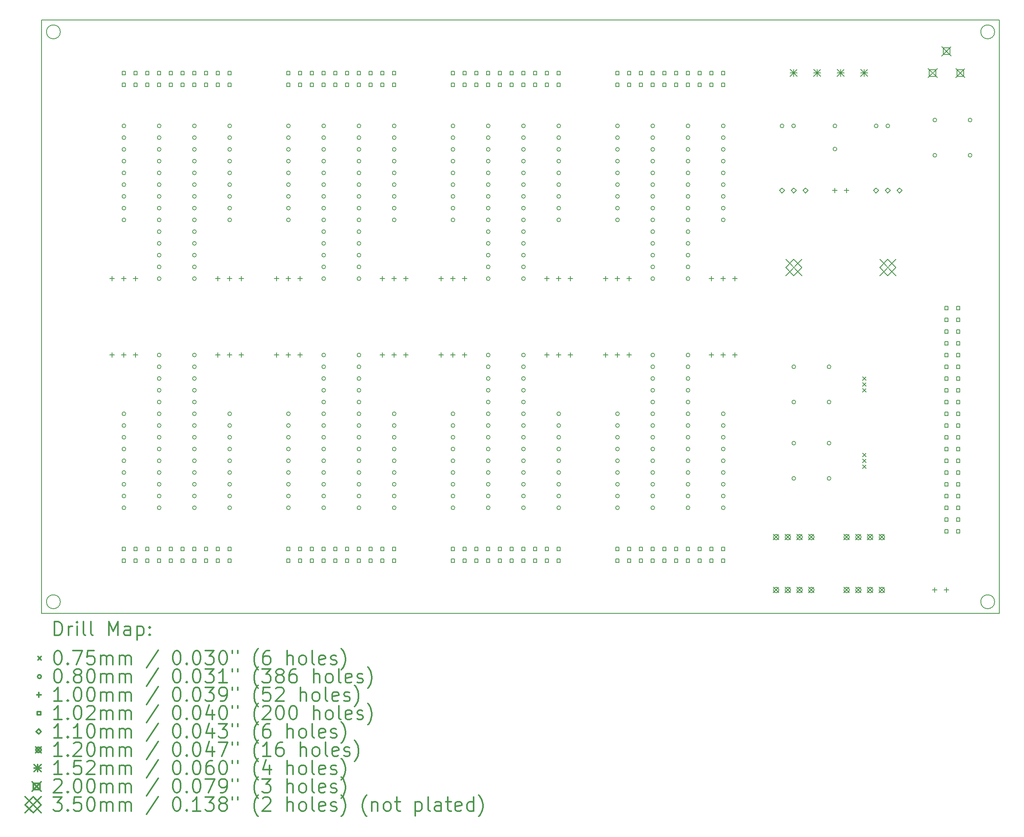
<source format=gbr>
%FSLAX45Y45*%
G04 Gerber Fmt 4.5, Leading zero omitted, Abs format (unit mm)*
G04 Created by KiCad (PCBNEW (5.1.5)-3) date 2020-12-21 10:53:21*
%MOMM*%
%LPD*%
G04 APERTURE LIST*
%TA.AperFunction,Profile*%
%ADD10C,0.150000*%
%TD*%
%ADD11C,0.200000*%
%ADD12C,0.300000*%
G04 APERTURE END LIST*
D10*
X24915000Y-3429000D02*
G75*
G03X24915000Y-3429000I-150000J0D01*
G01*
X24915000Y-15748000D02*
G75*
G03X24915000Y-15748000I-150000J0D01*
G01*
X4722000Y-15748000D02*
G75*
G03X4722000Y-15748000I-150000J0D01*
G01*
X4722000Y-3429000D02*
G75*
G03X4722000Y-3429000I-150000J0D01*
G01*
X4318000Y-16002000D02*
X4318000Y-3175000D01*
X25019000Y-16002000D02*
X4318000Y-16002000D01*
X25019000Y-3175000D02*
X25019000Y-16002000D01*
X4318000Y-3175000D02*
X25019000Y-3175000D01*
D11*
X22060500Y-12535500D02*
X22135500Y-12610500D01*
X22135500Y-12535500D02*
X22060500Y-12610500D01*
X22060500Y-12662500D02*
X22135500Y-12737500D01*
X22135500Y-12662500D02*
X22060500Y-12737500D01*
X22060500Y-12789500D02*
X22135500Y-12864500D01*
X22135500Y-12789500D02*
X22060500Y-12864500D01*
X22060500Y-10884500D02*
X22135500Y-10959500D01*
X22135500Y-10884500D02*
X22060500Y-10959500D01*
X22060500Y-11011500D02*
X22135500Y-11086500D01*
X22135500Y-11011500D02*
X22060500Y-11086500D01*
X22060500Y-11138500D02*
X22135500Y-11213500D01*
X22135500Y-11138500D02*
X22060500Y-11213500D01*
X17566000Y-10414000D02*
G75*
G03X17566000Y-10414000I-40000J0D01*
G01*
X17566000Y-10668000D02*
G75*
G03X17566000Y-10668000I-40000J0D01*
G01*
X17566000Y-10922000D02*
G75*
G03X17566000Y-10922000I-40000J0D01*
G01*
X17566000Y-11176000D02*
G75*
G03X17566000Y-11176000I-40000J0D01*
G01*
X17566000Y-11430000D02*
G75*
G03X17566000Y-11430000I-40000J0D01*
G01*
X17566000Y-11684000D02*
G75*
G03X17566000Y-11684000I-40000J0D01*
G01*
X17566000Y-11938000D02*
G75*
G03X17566000Y-11938000I-40000J0D01*
G01*
X17566000Y-12192000D02*
G75*
G03X17566000Y-12192000I-40000J0D01*
G01*
X17566000Y-12446000D02*
G75*
G03X17566000Y-12446000I-40000J0D01*
G01*
X17566000Y-12700000D02*
G75*
G03X17566000Y-12700000I-40000J0D01*
G01*
X17566000Y-12954000D02*
G75*
G03X17566000Y-12954000I-40000J0D01*
G01*
X17566000Y-13208000D02*
G75*
G03X17566000Y-13208000I-40000J0D01*
G01*
X17566000Y-13462000D02*
G75*
G03X17566000Y-13462000I-40000J0D01*
G01*
X17566000Y-13716000D02*
G75*
G03X17566000Y-13716000I-40000J0D01*
G01*
X18328000Y-10414000D02*
G75*
G03X18328000Y-10414000I-40000J0D01*
G01*
X18328000Y-10668000D02*
G75*
G03X18328000Y-10668000I-40000J0D01*
G01*
X18328000Y-10922000D02*
G75*
G03X18328000Y-10922000I-40000J0D01*
G01*
X18328000Y-11176000D02*
G75*
G03X18328000Y-11176000I-40000J0D01*
G01*
X18328000Y-11430000D02*
G75*
G03X18328000Y-11430000I-40000J0D01*
G01*
X18328000Y-11684000D02*
G75*
G03X18328000Y-11684000I-40000J0D01*
G01*
X18328000Y-11938000D02*
G75*
G03X18328000Y-11938000I-40000J0D01*
G01*
X18328000Y-12192000D02*
G75*
G03X18328000Y-12192000I-40000J0D01*
G01*
X18328000Y-12446000D02*
G75*
G03X18328000Y-12446000I-40000J0D01*
G01*
X18328000Y-12700000D02*
G75*
G03X18328000Y-12700000I-40000J0D01*
G01*
X18328000Y-12954000D02*
G75*
G03X18328000Y-12954000I-40000J0D01*
G01*
X18328000Y-13208000D02*
G75*
G03X18328000Y-13208000I-40000J0D01*
G01*
X18328000Y-13462000D02*
G75*
G03X18328000Y-13462000I-40000J0D01*
G01*
X18328000Y-13716000D02*
G75*
G03X18328000Y-13716000I-40000J0D01*
G01*
X10454000Y-5461000D02*
G75*
G03X10454000Y-5461000I-40000J0D01*
G01*
X10454000Y-5715000D02*
G75*
G03X10454000Y-5715000I-40000J0D01*
G01*
X10454000Y-5969000D02*
G75*
G03X10454000Y-5969000I-40000J0D01*
G01*
X10454000Y-6223000D02*
G75*
G03X10454000Y-6223000I-40000J0D01*
G01*
X10454000Y-6477000D02*
G75*
G03X10454000Y-6477000I-40000J0D01*
G01*
X10454000Y-6731000D02*
G75*
G03X10454000Y-6731000I-40000J0D01*
G01*
X10454000Y-6985000D02*
G75*
G03X10454000Y-6985000I-40000J0D01*
G01*
X10454000Y-7239000D02*
G75*
G03X10454000Y-7239000I-40000J0D01*
G01*
X10454000Y-7493000D02*
G75*
G03X10454000Y-7493000I-40000J0D01*
G01*
X10454000Y-7747000D02*
G75*
G03X10454000Y-7747000I-40000J0D01*
G01*
X10454000Y-8001000D02*
G75*
G03X10454000Y-8001000I-40000J0D01*
G01*
X10454000Y-8255000D02*
G75*
G03X10454000Y-8255000I-40000J0D01*
G01*
X10454000Y-8509000D02*
G75*
G03X10454000Y-8509000I-40000J0D01*
G01*
X10454000Y-8763000D02*
G75*
G03X10454000Y-8763000I-40000J0D01*
G01*
X11216000Y-5461000D02*
G75*
G03X11216000Y-5461000I-40000J0D01*
G01*
X11216000Y-5715000D02*
G75*
G03X11216000Y-5715000I-40000J0D01*
G01*
X11216000Y-5969000D02*
G75*
G03X11216000Y-5969000I-40000J0D01*
G01*
X11216000Y-6223000D02*
G75*
G03X11216000Y-6223000I-40000J0D01*
G01*
X11216000Y-6477000D02*
G75*
G03X11216000Y-6477000I-40000J0D01*
G01*
X11216000Y-6731000D02*
G75*
G03X11216000Y-6731000I-40000J0D01*
G01*
X11216000Y-6985000D02*
G75*
G03X11216000Y-6985000I-40000J0D01*
G01*
X11216000Y-7239000D02*
G75*
G03X11216000Y-7239000I-40000J0D01*
G01*
X11216000Y-7493000D02*
G75*
G03X11216000Y-7493000I-40000J0D01*
G01*
X11216000Y-7747000D02*
G75*
G03X11216000Y-7747000I-40000J0D01*
G01*
X11216000Y-8001000D02*
G75*
G03X11216000Y-8001000I-40000J0D01*
G01*
X11216000Y-8255000D02*
G75*
G03X11216000Y-8255000I-40000J0D01*
G01*
X11216000Y-8509000D02*
G75*
G03X11216000Y-8509000I-40000J0D01*
G01*
X11216000Y-8763000D02*
G75*
G03X11216000Y-8763000I-40000J0D01*
G01*
X15534000Y-5461000D02*
G75*
G03X15534000Y-5461000I-40000J0D01*
G01*
X15534000Y-5715000D02*
G75*
G03X15534000Y-5715000I-40000J0D01*
G01*
X15534000Y-5969000D02*
G75*
G03X15534000Y-5969000I-40000J0D01*
G01*
X15534000Y-6223000D02*
G75*
G03X15534000Y-6223000I-40000J0D01*
G01*
X15534000Y-6477000D02*
G75*
G03X15534000Y-6477000I-40000J0D01*
G01*
X15534000Y-6731000D02*
G75*
G03X15534000Y-6731000I-40000J0D01*
G01*
X15534000Y-6985000D02*
G75*
G03X15534000Y-6985000I-40000J0D01*
G01*
X15534000Y-7239000D02*
G75*
G03X15534000Y-7239000I-40000J0D01*
G01*
X15534000Y-7493000D02*
G75*
G03X15534000Y-7493000I-40000J0D01*
G01*
X10454000Y-10414000D02*
G75*
G03X10454000Y-10414000I-40000J0D01*
G01*
X10454000Y-10668000D02*
G75*
G03X10454000Y-10668000I-40000J0D01*
G01*
X10454000Y-10922000D02*
G75*
G03X10454000Y-10922000I-40000J0D01*
G01*
X10454000Y-11176000D02*
G75*
G03X10454000Y-11176000I-40000J0D01*
G01*
X10454000Y-11430000D02*
G75*
G03X10454000Y-11430000I-40000J0D01*
G01*
X10454000Y-11684000D02*
G75*
G03X10454000Y-11684000I-40000J0D01*
G01*
X10454000Y-11938000D02*
G75*
G03X10454000Y-11938000I-40000J0D01*
G01*
X10454000Y-12192000D02*
G75*
G03X10454000Y-12192000I-40000J0D01*
G01*
X10454000Y-12446000D02*
G75*
G03X10454000Y-12446000I-40000J0D01*
G01*
X10454000Y-12700000D02*
G75*
G03X10454000Y-12700000I-40000J0D01*
G01*
X10454000Y-12954000D02*
G75*
G03X10454000Y-12954000I-40000J0D01*
G01*
X10454000Y-13208000D02*
G75*
G03X10454000Y-13208000I-40000J0D01*
G01*
X10454000Y-13462000D02*
G75*
G03X10454000Y-13462000I-40000J0D01*
G01*
X10454000Y-13716000D02*
G75*
G03X10454000Y-13716000I-40000J0D01*
G01*
X11216000Y-10414000D02*
G75*
G03X11216000Y-10414000I-40000J0D01*
G01*
X11216000Y-10668000D02*
G75*
G03X11216000Y-10668000I-40000J0D01*
G01*
X11216000Y-10922000D02*
G75*
G03X11216000Y-10922000I-40000J0D01*
G01*
X11216000Y-11176000D02*
G75*
G03X11216000Y-11176000I-40000J0D01*
G01*
X11216000Y-11430000D02*
G75*
G03X11216000Y-11430000I-40000J0D01*
G01*
X11216000Y-11684000D02*
G75*
G03X11216000Y-11684000I-40000J0D01*
G01*
X11216000Y-11938000D02*
G75*
G03X11216000Y-11938000I-40000J0D01*
G01*
X11216000Y-12192000D02*
G75*
G03X11216000Y-12192000I-40000J0D01*
G01*
X11216000Y-12446000D02*
G75*
G03X11216000Y-12446000I-40000J0D01*
G01*
X11216000Y-12700000D02*
G75*
G03X11216000Y-12700000I-40000J0D01*
G01*
X11216000Y-12954000D02*
G75*
G03X11216000Y-12954000I-40000J0D01*
G01*
X11216000Y-13208000D02*
G75*
G03X11216000Y-13208000I-40000J0D01*
G01*
X11216000Y-13462000D02*
G75*
G03X11216000Y-13462000I-40000J0D01*
G01*
X11216000Y-13716000D02*
G75*
G03X11216000Y-13716000I-40000J0D01*
G01*
X20614000Y-13081000D02*
G75*
G03X20614000Y-13081000I-40000J0D01*
G01*
X21376000Y-13081000D02*
G75*
G03X21376000Y-13081000I-40000J0D01*
G01*
X8422000Y-11684000D02*
G75*
G03X8422000Y-11684000I-40000J0D01*
G01*
X8422000Y-11938000D02*
G75*
G03X8422000Y-11938000I-40000J0D01*
G01*
X8422000Y-12192000D02*
G75*
G03X8422000Y-12192000I-40000J0D01*
G01*
X8422000Y-12446000D02*
G75*
G03X8422000Y-12446000I-40000J0D01*
G01*
X8422000Y-12700000D02*
G75*
G03X8422000Y-12700000I-40000J0D01*
G01*
X8422000Y-12954000D02*
G75*
G03X8422000Y-12954000I-40000J0D01*
G01*
X8422000Y-13208000D02*
G75*
G03X8422000Y-13208000I-40000J0D01*
G01*
X8422000Y-13462000D02*
G75*
G03X8422000Y-13462000I-40000J0D01*
G01*
X8422000Y-13716000D02*
G75*
G03X8422000Y-13716000I-40000J0D01*
G01*
X6898000Y-10414000D02*
G75*
G03X6898000Y-10414000I-40000J0D01*
G01*
X6898000Y-10668000D02*
G75*
G03X6898000Y-10668000I-40000J0D01*
G01*
X6898000Y-10922000D02*
G75*
G03X6898000Y-10922000I-40000J0D01*
G01*
X6898000Y-11176000D02*
G75*
G03X6898000Y-11176000I-40000J0D01*
G01*
X6898000Y-11430000D02*
G75*
G03X6898000Y-11430000I-40000J0D01*
G01*
X6898000Y-11684000D02*
G75*
G03X6898000Y-11684000I-40000J0D01*
G01*
X6898000Y-11938000D02*
G75*
G03X6898000Y-11938000I-40000J0D01*
G01*
X6898000Y-12192000D02*
G75*
G03X6898000Y-12192000I-40000J0D01*
G01*
X6898000Y-12446000D02*
G75*
G03X6898000Y-12446000I-40000J0D01*
G01*
X6898000Y-12700000D02*
G75*
G03X6898000Y-12700000I-40000J0D01*
G01*
X6898000Y-12954000D02*
G75*
G03X6898000Y-12954000I-40000J0D01*
G01*
X6898000Y-13208000D02*
G75*
G03X6898000Y-13208000I-40000J0D01*
G01*
X6898000Y-13462000D02*
G75*
G03X6898000Y-13462000I-40000J0D01*
G01*
X6898000Y-13716000D02*
G75*
G03X6898000Y-13716000I-40000J0D01*
G01*
X7660000Y-10414000D02*
G75*
G03X7660000Y-10414000I-40000J0D01*
G01*
X7660000Y-10668000D02*
G75*
G03X7660000Y-10668000I-40000J0D01*
G01*
X7660000Y-10922000D02*
G75*
G03X7660000Y-10922000I-40000J0D01*
G01*
X7660000Y-11176000D02*
G75*
G03X7660000Y-11176000I-40000J0D01*
G01*
X7660000Y-11430000D02*
G75*
G03X7660000Y-11430000I-40000J0D01*
G01*
X7660000Y-11684000D02*
G75*
G03X7660000Y-11684000I-40000J0D01*
G01*
X7660000Y-11938000D02*
G75*
G03X7660000Y-11938000I-40000J0D01*
G01*
X7660000Y-12192000D02*
G75*
G03X7660000Y-12192000I-40000J0D01*
G01*
X7660000Y-12446000D02*
G75*
G03X7660000Y-12446000I-40000J0D01*
G01*
X7660000Y-12700000D02*
G75*
G03X7660000Y-12700000I-40000J0D01*
G01*
X7660000Y-12954000D02*
G75*
G03X7660000Y-12954000I-40000J0D01*
G01*
X7660000Y-13208000D02*
G75*
G03X7660000Y-13208000I-40000J0D01*
G01*
X7660000Y-13462000D02*
G75*
G03X7660000Y-13462000I-40000J0D01*
G01*
X7660000Y-13716000D02*
G75*
G03X7660000Y-13716000I-40000J0D01*
G01*
X9692000Y-11684000D02*
G75*
G03X9692000Y-11684000I-40000J0D01*
G01*
X9692000Y-11938000D02*
G75*
G03X9692000Y-11938000I-40000J0D01*
G01*
X9692000Y-12192000D02*
G75*
G03X9692000Y-12192000I-40000J0D01*
G01*
X9692000Y-12446000D02*
G75*
G03X9692000Y-12446000I-40000J0D01*
G01*
X9692000Y-12700000D02*
G75*
G03X9692000Y-12700000I-40000J0D01*
G01*
X9692000Y-12954000D02*
G75*
G03X9692000Y-12954000I-40000J0D01*
G01*
X9692000Y-13208000D02*
G75*
G03X9692000Y-13208000I-40000J0D01*
G01*
X9692000Y-13462000D02*
G75*
G03X9692000Y-13462000I-40000J0D01*
G01*
X9692000Y-13716000D02*
G75*
G03X9692000Y-13716000I-40000J0D01*
G01*
X20614000Y-11430000D02*
G75*
G03X20614000Y-11430000I-40000J0D01*
G01*
X21376000Y-11430000D02*
G75*
G03X21376000Y-11430000I-40000J0D01*
G01*
X6136000Y-5461000D02*
G75*
G03X6136000Y-5461000I-40000J0D01*
G01*
X6136000Y-5715000D02*
G75*
G03X6136000Y-5715000I-40000J0D01*
G01*
X6136000Y-5969000D02*
G75*
G03X6136000Y-5969000I-40000J0D01*
G01*
X6136000Y-6223000D02*
G75*
G03X6136000Y-6223000I-40000J0D01*
G01*
X6136000Y-6477000D02*
G75*
G03X6136000Y-6477000I-40000J0D01*
G01*
X6136000Y-6731000D02*
G75*
G03X6136000Y-6731000I-40000J0D01*
G01*
X6136000Y-6985000D02*
G75*
G03X6136000Y-6985000I-40000J0D01*
G01*
X6136000Y-7239000D02*
G75*
G03X6136000Y-7239000I-40000J0D01*
G01*
X6136000Y-7493000D02*
G75*
G03X6136000Y-7493000I-40000J0D01*
G01*
X11978000Y-5461000D02*
G75*
G03X11978000Y-5461000I-40000J0D01*
G01*
X11978000Y-5715000D02*
G75*
G03X11978000Y-5715000I-40000J0D01*
G01*
X11978000Y-5969000D02*
G75*
G03X11978000Y-5969000I-40000J0D01*
G01*
X11978000Y-6223000D02*
G75*
G03X11978000Y-6223000I-40000J0D01*
G01*
X11978000Y-6477000D02*
G75*
G03X11978000Y-6477000I-40000J0D01*
G01*
X11978000Y-6731000D02*
G75*
G03X11978000Y-6731000I-40000J0D01*
G01*
X11978000Y-6985000D02*
G75*
G03X11978000Y-6985000I-40000J0D01*
G01*
X11978000Y-7239000D02*
G75*
G03X11978000Y-7239000I-40000J0D01*
G01*
X11978000Y-7493000D02*
G75*
G03X11978000Y-7493000I-40000J0D01*
G01*
X13248000Y-11684000D02*
G75*
G03X13248000Y-11684000I-40000J0D01*
G01*
X13248000Y-11938000D02*
G75*
G03X13248000Y-11938000I-40000J0D01*
G01*
X13248000Y-12192000D02*
G75*
G03X13248000Y-12192000I-40000J0D01*
G01*
X13248000Y-12446000D02*
G75*
G03X13248000Y-12446000I-40000J0D01*
G01*
X13248000Y-12700000D02*
G75*
G03X13248000Y-12700000I-40000J0D01*
G01*
X13248000Y-12954000D02*
G75*
G03X13248000Y-12954000I-40000J0D01*
G01*
X13248000Y-13208000D02*
G75*
G03X13248000Y-13208000I-40000J0D01*
G01*
X13248000Y-13462000D02*
G75*
G03X13248000Y-13462000I-40000J0D01*
G01*
X13248000Y-13716000D02*
G75*
G03X13248000Y-13716000I-40000J0D01*
G01*
X9692000Y-5461000D02*
G75*
G03X9692000Y-5461000I-40000J0D01*
G01*
X9692000Y-5715000D02*
G75*
G03X9692000Y-5715000I-40000J0D01*
G01*
X9692000Y-5969000D02*
G75*
G03X9692000Y-5969000I-40000J0D01*
G01*
X9692000Y-6223000D02*
G75*
G03X9692000Y-6223000I-40000J0D01*
G01*
X9692000Y-6477000D02*
G75*
G03X9692000Y-6477000I-40000J0D01*
G01*
X9692000Y-6731000D02*
G75*
G03X9692000Y-6731000I-40000J0D01*
G01*
X9692000Y-6985000D02*
G75*
G03X9692000Y-6985000I-40000J0D01*
G01*
X9692000Y-7239000D02*
G75*
G03X9692000Y-7239000I-40000J0D01*
G01*
X9692000Y-7493000D02*
G75*
G03X9692000Y-7493000I-40000J0D01*
G01*
X20614000Y-10668000D02*
G75*
G03X20614000Y-10668000I-40000J0D01*
G01*
X21376000Y-10668000D02*
G75*
G03X21376000Y-10668000I-40000J0D01*
G01*
X23662000Y-6096000D02*
G75*
G03X23662000Y-6096000I-40000J0D01*
G01*
X24424000Y-6096000D02*
G75*
G03X24424000Y-6096000I-40000J0D01*
G01*
X6136000Y-11684000D02*
G75*
G03X6136000Y-11684000I-40000J0D01*
G01*
X6136000Y-11938000D02*
G75*
G03X6136000Y-11938000I-40000J0D01*
G01*
X6136000Y-12192000D02*
G75*
G03X6136000Y-12192000I-40000J0D01*
G01*
X6136000Y-12446000D02*
G75*
G03X6136000Y-12446000I-40000J0D01*
G01*
X6136000Y-12700000D02*
G75*
G03X6136000Y-12700000I-40000J0D01*
G01*
X6136000Y-12954000D02*
G75*
G03X6136000Y-12954000I-40000J0D01*
G01*
X6136000Y-13208000D02*
G75*
G03X6136000Y-13208000I-40000J0D01*
G01*
X6136000Y-13462000D02*
G75*
G03X6136000Y-13462000I-40000J0D01*
G01*
X6136000Y-13716000D02*
G75*
G03X6136000Y-13716000I-40000J0D01*
G01*
X22396000Y-5461000D02*
G75*
G03X22396000Y-5461000I-40000J0D01*
G01*
X22646000Y-5461000D02*
G75*
G03X22646000Y-5461000I-40000J0D01*
G01*
X19090000Y-5461000D02*
G75*
G03X19090000Y-5461000I-40000J0D01*
G01*
X19090000Y-5715000D02*
G75*
G03X19090000Y-5715000I-40000J0D01*
G01*
X19090000Y-5969000D02*
G75*
G03X19090000Y-5969000I-40000J0D01*
G01*
X19090000Y-6223000D02*
G75*
G03X19090000Y-6223000I-40000J0D01*
G01*
X19090000Y-6477000D02*
G75*
G03X19090000Y-6477000I-40000J0D01*
G01*
X19090000Y-6731000D02*
G75*
G03X19090000Y-6731000I-40000J0D01*
G01*
X19090000Y-6985000D02*
G75*
G03X19090000Y-6985000I-40000J0D01*
G01*
X19090000Y-7239000D02*
G75*
G03X19090000Y-7239000I-40000J0D01*
G01*
X19090000Y-7493000D02*
G75*
G03X19090000Y-7493000I-40000J0D01*
G01*
X6898000Y-5461000D02*
G75*
G03X6898000Y-5461000I-40000J0D01*
G01*
X6898000Y-5715000D02*
G75*
G03X6898000Y-5715000I-40000J0D01*
G01*
X6898000Y-5969000D02*
G75*
G03X6898000Y-5969000I-40000J0D01*
G01*
X6898000Y-6223000D02*
G75*
G03X6898000Y-6223000I-40000J0D01*
G01*
X6898000Y-6477000D02*
G75*
G03X6898000Y-6477000I-40000J0D01*
G01*
X6898000Y-6731000D02*
G75*
G03X6898000Y-6731000I-40000J0D01*
G01*
X6898000Y-6985000D02*
G75*
G03X6898000Y-6985000I-40000J0D01*
G01*
X6898000Y-7239000D02*
G75*
G03X6898000Y-7239000I-40000J0D01*
G01*
X6898000Y-7493000D02*
G75*
G03X6898000Y-7493000I-40000J0D01*
G01*
X6898000Y-7747000D02*
G75*
G03X6898000Y-7747000I-40000J0D01*
G01*
X6898000Y-8001000D02*
G75*
G03X6898000Y-8001000I-40000J0D01*
G01*
X6898000Y-8255000D02*
G75*
G03X6898000Y-8255000I-40000J0D01*
G01*
X6898000Y-8509000D02*
G75*
G03X6898000Y-8509000I-40000J0D01*
G01*
X6898000Y-8763000D02*
G75*
G03X6898000Y-8763000I-40000J0D01*
G01*
X7660000Y-5461000D02*
G75*
G03X7660000Y-5461000I-40000J0D01*
G01*
X7660000Y-5715000D02*
G75*
G03X7660000Y-5715000I-40000J0D01*
G01*
X7660000Y-5969000D02*
G75*
G03X7660000Y-5969000I-40000J0D01*
G01*
X7660000Y-6223000D02*
G75*
G03X7660000Y-6223000I-40000J0D01*
G01*
X7660000Y-6477000D02*
G75*
G03X7660000Y-6477000I-40000J0D01*
G01*
X7660000Y-6731000D02*
G75*
G03X7660000Y-6731000I-40000J0D01*
G01*
X7660000Y-6985000D02*
G75*
G03X7660000Y-6985000I-40000J0D01*
G01*
X7660000Y-7239000D02*
G75*
G03X7660000Y-7239000I-40000J0D01*
G01*
X7660000Y-7493000D02*
G75*
G03X7660000Y-7493000I-40000J0D01*
G01*
X7660000Y-7747000D02*
G75*
G03X7660000Y-7747000I-40000J0D01*
G01*
X7660000Y-8001000D02*
G75*
G03X7660000Y-8001000I-40000J0D01*
G01*
X7660000Y-8255000D02*
G75*
G03X7660000Y-8255000I-40000J0D01*
G01*
X7660000Y-8509000D02*
G75*
G03X7660000Y-8509000I-40000J0D01*
G01*
X7660000Y-8763000D02*
G75*
G03X7660000Y-8763000I-40000J0D01*
G01*
X20614000Y-12319000D02*
G75*
G03X20614000Y-12319000I-40000J0D01*
G01*
X21376000Y-12319000D02*
G75*
G03X21376000Y-12319000I-40000J0D01*
G01*
X20360000Y-5461000D02*
G75*
G03X20360000Y-5461000I-40000J0D01*
G01*
X20610000Y-5461000D02*
G75*
G03X20610000Y-5461000I-40000J0D01*
G01*
X19090000Y-11684000D02*
G75*
G03X19090000Y-11684000I-40000J0D01*
G01*
X19090000Y-11938000D02*
G75*
G03X19090000Y-11938000I-40000J0D01*
G01*
X19090000Y-12192000D02*
G75*
G03X19090000Y-12192000I-40000J0D01*
G01*
X19090000Y-12446000D02*
G75*
G03X19090000Y-12446000I-40000J0D01*
G01*
X19090000Y-12700000D02*
G75*
G03X19090000Y-12700000I-40000J0D01*
G01*
X19090000Y-12954000D02*
G75*
G03X19090000Y-12954000I-40000J0D01*
G01*
X19090000Y-13208000D02*
G75*
G03X19090000Y-13208000I-40000J0D01*
G01*
X19090000Y-13462000D02*
G75*
G03X19090000Y-13462000I-40000J0D01*
G01*
X19090000Y-13716000D02*
G75*
G03X19090000Y-13716000I-40000J0D01*
G01*
X16804000Y-5461000D02*
G75*
G03X16804000Y-5461000I-40000J0D01*
G01*
X16804000Y-5715000D02*
G75*
G03X16804000Y-5715000I-40000J0D01*
G01*
X16804000Y-5969000D02*
G75*
G03X16804000Y-5969000I-40000J0D01*
G01*
X16804000Y-6223000D02*
G75*
G03X16804000Y-6223000I-40000J0D01*
G01*
X16804000Y-6477000D02*
G75*
G03X16804000Y-6477000I-40000J0D01*
G01*
X16804000Y-6731000D02*
G75*
G03X16804000Y-6731000I-40000J0D01*
G01*
X16804000Y-6985000D02*
G75*
G03X16804000Y-6985000I-40000J0D01*
G01*
X16804000Y-7239000D02*
G75*
G03X16804000Y-7239000I-40000J0D01*
G01*
X16804000Y-7493000D02*
G75*
G03X16804000Y-7493000I-40000J0D01*
G01*
X17566000Y-5461000D02*
G75*
G03X17566000Y-5461000I-40000J0D01*
G01*
X17566000Y-5715000D02*
G75*
G03X17566000Y-5715000I-40000J0D01*
G01*
X17566000Y-5969000D02*
G75*
G03X17566000Y-5969000I-40000J0D01*
G01*
X17566000Y-6223000D02*
G75*
G03X17566000Y-6223000I-40000J0D01*
G01*
X17566000Y-6477000D02*
G75*
G03X17566000Y-6477000I-40000J0D01*
G01*
X17566000Y-6731000D02*
G75*
G03X17566000Y-6731000I-40000J0D01*
G01*
X17566000Y-6985000D02*
G75*
G03X17566000Y-6985000I-40000J0D01*
G01*
X17566000Y-7239000D02*
G75*
G03X17566000Y-7239000I-40000J0D01*
G01*
X17566000Y-7493000D02*
G75*
G03X17566000Y-7493000I-40000J0D01*
G01*
X17566000Y-7747000D02*
G75*
G03X17566000Y-7747000I-40000J0D01*
G01*
X17566000Y-8001000D02*
G75*
G03X17566000Y-8001000I-40000J0D01*
G01*
X17566000Y-8255000D02*
G75*
G03X17566000Y-8255000I-40000J0D01*
G01*
X17566000Y-8509000D02*
G75*
G03X17566000Y-8509000I-40000J0D01*
G01*
X17566000Y-8763000D02*
G75*
G03X17566000Y-8763000I-40000J0D01*
G01*
X18328000Y-5461000D02*
G75*
G03X18328000Y-5461000I-40000J0D01*
G01*
X18328000Y-5715000D02*
G75*
G03X18328000Y-5715000I-40000J0D01*
G01*
X18328000Y-5969000D02*
G75*
G03X18328000Y-5969000I-40000J0D01*
G01*
X18328000Y-6223000D02*
G75*
G03X18328000Y-6223000I-40000J0D01*
G01*
X18328000Y-6477000D02*
G75*
G03X18328000Y-6477000I-40000J0D01*
G01*
X18328000Y-6731000D02*
G75*
G03X18328000Y-6731000I-40000J0D01*
G01*
X18328000Y-6985000D02*
G75*
G03X18328000Y-6985000I-40000J0D01*
G01*
X18328000Y-7239000D02*
G75*
G03X18328000Y-7239000I-40000J0D01*
G01*
X18328000Y-7493000D02*
G75*
G03X18328000Y-7493000I-40000J0D01*
G01*
X18328000Y-7747000D02*
G75*
G03X18328000Y-7747000I-40000J0D01*
G01*
X18328000Y-8001000D02*
G75*
G03X18328000Y-8001000I-40000J0D01*
G01*
X18328000Y-8255000D02*
G75*
G03X18328000Y-8255000I-40000J0D01*
G01*
X18328000Y-8509000D02*
G75*
G03X18328000Y-8509000I-40000J0D01*
G01*
X18328000Y-8763000D02*
G75*
G03X18328000Y-8763000I-40000J0D01*
G01*
X21503000Y-5461000D02*
G75*
G03X21503000Y-5461000I-40000J0D01*
G01*
X21503000Y-5961000D02*
G75*
G03X21503000Y-5961000I-40000J0D01*
G01*
X16804000Y-11684000D02*
G75*
G03X16804000Y-11684000I-40000J0D01*
G01*
X16804000Y-11938000D02*
G75*
G03X16804000Y-11938000I-40000J0D01*
G01*
X16804000Y-12192000D02*
G75*
G03X16804000Y-12192000I-40000J0D01*
G01*
X16804000Y-12446000D02*
G75*
G03X16804000Y-12446000I-40000J0D01*
G01*
X16804000Y-12700000D02*
G75*
G03X16804000Y-12700000I-40000J0D01*
G01*
X16804000Y-12954000D02*
G75*
G03X16804000Y-12954000I-40000J0D01*
G01*
X16804000Y-13208000D02*
G75*
G03X16804000Y-13208000I-40000J0D01*
G01*
X16804000Y-13462000D02*
G75*
G03X16804000Y-13462000I-40000J0D01*
G01*
X16804000Y-13716000D02*
G75*
G03X16804000Y-13716000I-40000J0D01*
G01*
X15534000Y-11684000D02*
G75*
G03X15534000Y-11684000I-40000J0D01*
G01*
X15534000Y-11938000D02*
G75*
G03X15534000Y-11938000I-40000J0D01*
G01*
X15534000Y-12192000D02*
G75*
G03X15534000Y-12192000I-40000J0D01*
G01*
X15534000Y-12446000D02*
G75*
G03X15534000Y-12446000I-40000J0D01*
G01*
X15534000Y-12700000D02*
G75*
G03X15534000Y-12700000I-40000J0D01*
G01*
X15534000Y-12954000D02*
G75*
G03X15534000Y-12954000I-40000J0D01*
G01*
X15534000Y-13208000D02*
G75*
G03X15534000Y-13208000I-40000J0D01*
G01*
X15534000Y-13462000D02*
G75*
G03X15534000Y-13462000I-40000J0D01*
G01*
X15534000Y-13716000D02*
G75*
G03X15534000Y-13716000I-40000J0D01*
G01*
X14010000Y-10414000D02*
G75*
G03X14010000Y-10414000I-40000J0D01*
G01*
X14010000Y-10668000D02*
G75*
G03X14010000Y-10668000I-40000J0D01*
G01*
X14010000Y-10922000D02*
G75*
G03X14010000Y-10922000I-40000J0D01*
G01*
X14010000Y-11176000D02*
G75*
G03X14010000Y-11176000I-40000J0D01*
G01*
X14010000Y-11430000D02*
G75*
G03X14010000Y-11430000I-40000J0D01*
G01*
X14010000Y-11684000D02*
G75*
G03X14010000Y-11684000I-40000J0D01*
G01*
X14010000Y-11938000D02*
G75*
G03X14010000Y-11938000I-40000J0D01*
G01*
X14010000Y-12192000D02*
G75*
G03X14010000Y-12192000I-40000J0D01*
G01*
X14010000Y-12446000D02*
G75*
G03X14010000Y-12446000I-40000J0D01*
G01*
X14010000Y-12700000D02*
G75*
G03X14010000Y-12700000I-40000J0D01*
G01*
X14010000Y-12954000D02*
G75*
G03X14010000Y-12954000I-40000J0D01*
G01*
X14010000Y-13208000D02*
G75*
G03X14010000Y-13208000I-40000J0D01*
G01*
X14010000Y-13462000D02*
G75*
G03X14010000Y-13462000I-40000J0D01*
G01*
X14010000Y-13716000D02*
G75*
G03X14010000Y-13716000I-40000J0D01*
G01*
X14772000Y-10414000D02*
G75*
G03X14772000Y-10414000I-40000J0D01*
G01*
X14772000Y-10668000D02*
G75*
G03X14772000Y-10668000I-40000J0D01*
G01*
X14772000Y-10922000D02*
G75*
G03X14772000Y-10922000I-40000J0D01*
G01*
X14772000Y-11176000D02*
G75*
G03X14772000Y-11176000I-40000J0D01*
G01*
X14772000Y-11430000D02*
G75*
G03X14772000Y-11430000I-40000J0D01*
G01*
X14772000Y-11684000D02*
G75*
G03X14772000Y-11684000I-40000J0D01*
G01*
X14772000Y-11938000D02*
G75*
G03X14772000Y-11938000I-40000J0D01*
G01*
X14772000Y-12192000D02*
G75*
G03X14772000Y-12192000I-40000J0D01*
G01*
X14772000Y-12446000D02*
G75*
G03X14772000Y-12446000I-40000J0D01*
G01*
X14772000Y-12700000D02*
G75*
G03X14772000Y-12700000I-40000J0D01*
G01*
X14772000Y-12954000D02*
G75*
G03X14772000Y-12954000I-40000J0D01*
G01*
X14772000Y-13208000D02*
G75*
G03X14772000Y-13208000I-40000J0D01*
G01*
X14772000Y-13462000D02*
G75*
G03X14772000Y-13462000I-40000J0D01*
G01*
X14772000Y-13716000D02*
G75*
G03X14772000Y-13716000I-40000J0D01*
G01*
X23662000Y-5334000D02*
G75*
G03X23662000Y-5334000I-40000J0D01*
G01*
X24424000Y-5334000D02*
G75*
G03X24424000Y-5334000I-40000J0D01*
G01*
X11978000Y-11684000D02*
G75*
G03X11978000Y-11684000I-40000J0D01*
G01*
X11978000Y-11938000D02*
G75*
G03X11978000Y-11938000I-40000J0D01*
G01*
X11978000Y-12192000D02*
G75*
G03X11978000Y-12192000I-40000J0D01*
G01*
X11978000Y-12446000D02*
G75*
G03X11978000Y-12446000I-40000J0D01*
G01*
X11978000Y-12700000D02*
G75*
G03X11978000Y-12700000I-40000J0D01*
G01*
X11978000Y-12954000D02*
G75*
G03X11978000Y-12954000I-40000J0D01*
G01*
X11978000Y-13208000D02*
G75*
G03X11978000Y-13208000I-40000J0D01*
G01*
X11978000Y-13462000D02*
G75*
G03X11978000Y-13462000I-40000J0D01*
G01*
X11978000Y-13716000D02*
G75*
G03X11978000Y-13716000I-40000J0D01*
G01*
X13248000Y-5461000D02*
G75*
G03X13248000Y-5461000I-40000J0D01*
G01*
X13248000Y-5715000D02*
G75*
G03X13248000Y-5715000I-40000J0D01*
G01*
X13248000Y-5969000D02*
G75*
G03X13248000Y-5969000I-40000J0D01*
G01*
X13248000Y-6223000D02*
G75*
G03X13248000Y-6223000I-40000J0D01*
G01*
X13248000Y-6477000D02*
G75*
G03X13248000Y-6477000I-40000J0D01*
G01*
X13248000Y-6731000D02*
G75*
G03X13248000Y-6731000I-40000J0D01*
G01*
X13248000Y-6985000D02*
G75*
G03X13248000Y-6985000I-40000J0D01*
G01*
X13248000Y-7239000D02*
G75*
G03X13248000Y-7239000I-40000J0D01*
G01*
X13248000Y-7493000D02*
G75*
G03X13248000Y-7493000I-40000J0D01*
G01*
X14010000Y-5461000D02*
G75*
G03X14010000Y-5461000I-40000J0D01*
G01*
X14010000Y-5715000D02*
G75*
G03X14010000Y-5715000I-40000J0D01*
G01*
X14010000Y-5969000D02*
G75*
G03X14010000Y-5969000I-40000J0D01*
G01*
X14010000Y-6223000D02*
G75*
G03X14010000Y-6223000I-40000J0D01*
G01*
X14010000Y-6477000D02*
G75*
G03X14010000Y-6477000I-40000J0D01*
G01*
X14010000Y-6731000D02*
G75*
G03X14010000Y-6731000I-40000J0D01*
G01*
X14010000Y-6985000D02*
G75*
G03X14010000Y-6985000I-40000J0D01*
G01*
X14010000Y-7239000D02*
G75*
G03X14010000Y-7239000I-40000J0D01*
G01*
X14010000Y-7493000D02*
G75*
G03X14010000Y-7493000I-40000J0D01*
G01*
X14010000Y-7747000D02*
G75*
G03X14010000Y-7747000I-40000J0D01*
G01*
X14010000Y-8001000D02*
G75*
G03X14010000Y-8001000I-40000J0D01*
G01*
X14010000Y-8255000D02*
G75*
G03X14010000Y-8255000I-40000J0D01*
G01*
X14010000Y-8509000D02*
G75*
G03X14010000Y-8509000I-40000J0D01*
G01*
X14010000Y-8763000D02*
G75*
G03X14010000Y-8763000I-40000J0D01*
G01*
X14772000Y-5461000D02*
G75*
G03X14772000Y-5461000I-40000J0D01*
G01*
X14772000Y-5715000D02*
G75*
G03X14772000Y-5715000I-40000J0D01*
G01*
X14772000Y-5969000D02*
G75*
G03X14772000Y-5969000I-40000J0D01*
G01*
X14772000Y-6223000D02*
G75*
G03X14772000Y-6223000I-40000J0D01*
G01*
X14772000Y-6477000D02*
G75*
G03X14772000Y-6477000I-40000J0D01*
G01*
X14772000Y-6731000D02*
G75*
G03X14772000Y-6731000I-40000J0D01*
G01*
X14772000Y-6985000D02*
G75*
G03X14772000Y-6985000I-40000J0D01*
G01*
X14772000Y-7239000D02*
G75*
G03X14772000Y-7239000I-40000J0D01*
G01*
X14772000Y-7493000D02*
G75*
G03X14772000Y-7493000I-40000J0D01*
G01*
X14772000Y-7747000D02*
G75*
G03X14772000Y-7747000I-40000J0D01*
G01*
X14772000Y-8001000D02*
G75*
G03X14772000Y-8001000I-40000J0D01*
G01*
X14772000Y-8255000D02*
G75*
G03X14772000Y-8255000I-40000J0D01*
G01*
X14772000Y-8509000D02*
G75*
G03X14772000Y-8509000I-40000J0D01*
G01*
X14772000Y-8763000D02*
G75*
G03X14772000Y-8763000I-40000J0D01*
G01*
X8422000Y-5461000D02*
G75*
G03X8422000Y-5461000I-40000J0D01*
G01*
X8422000Y-5715000D02*
G75*
G03X8422000Y-5715000I-40000J0D01*
G01*
X8422000Y-5969000D02*
G75*
G03X8422000Y-5969000I-40000J0D01*
G01*
X8422000Y-6223000D02*
G75*
G03X8422000Y-6223000I-40000J0D01*
G01*
X8422000Y-6477000D02*
G75*
G03X8422000Y-6477000I-40000J0D01*
G01*
X8422000Y-6731000D02*
G75*
G03X8422000Y-6731000I-40000J0D01*
G01*
X8422000Y-6985000D02*
G75*
G03X8422000Y-6985000I-40000J0D01*
G01*
X8422000Y-7239000D02*
G75*
G03X8422000Y-7239000I-40000J0D01*
G01*
X8422000Y-7493000D02*
G75*
G03X8422000Y-7493000I-40000J0D01*
G01*
X18796000Y-8713000D02*
X18796000Y-8813000D01*
X18746000Y-8763000D02*
X18846000Y-8763000D01*
X19050000Y-8713000D02*
X19050000Y-8813000D01*
X19000000Y-8763000D02*
X19100000Y-8763000D01*
X19304000Y-8713000D02*
X19304000Y-8813000D01*
X19254000Y-8763000D02*
X19354000Y-8763000D01*
X9398000Y-10364000D02*
X9398000Y-10464000D01*
X9348000Y-10414000D02*
X9448000Y-10414000D01*
X9652000Y-10364000D02*
X9652000Y-10464000D01*
X9602000Y-10414000D02*
X9702000Y-10414000D01*
X9906000Y-10364000D02*
X9906000Y-10464000D01*
X9856000Y-10414000D02*
X9956000Y-10414000D01*
X11684000Y-10364000D02*
X11684000Y-10464000D01*
X11634000Y-10414000D02*
X11734000Y-10414000D01*
X11938000Y-10364000D02*
X11938000Y-10464000D01*
X11888000Y-10414000D02*
X11988000Y-10414000D01*
X12192000Y-10364000D02*
X12192000Y-10464000D01*
X12142000Y-10414000D02*
X12242000Y-10414000D01*
X18796000Y-10364000D02*
X18796000Y-10464000D01*
X18746000Y-10414000D02*
X18846000Y-10414000D01*
X19050000Y-10364000D02*
X19050000Y-10464000D01*
X19000000Y-10414000D02*
X19100000Y-10414000D01*
X19304000Y-10364000D02*
X19304000Y-10464000D01*
X19254000Y-10414000D02*
X19354000Y-10414000D01*
X15240000Y-10364000D02*
X15240000Y-10464000D01*
X15190000Y-10414000D02*
X15290000Y-10414000D01*
X15494000Y-10364000D02*
X15494000Y-10464000D01*
X15444000Y-10414000D02*
X15544000Y-10414000D01*
X15748000Y-10364000D02*
X15748000Y-10464000D01*
X15698000Y-10414000D02*
X15798000Y-10414000D01*
X15240000Y-8713000D02*
X15240000Y-8813000D01*
X15190000Y-8763000D02*
X15290000Y-8763000D01*
X15494000Y-8713000D02*
X15494000Y-8813000D01*
X15444000Y-8763000D02*
X15544000Y-8763000D01*
X15748000Y-8713000D02*
X15748000Y-8813000D01*
X15698000Y-8763000D02*
X15798000Y-8763000D01*
X12954000Y-10364000D02*
X12954000Y-10464000D01*
X12904000Y-10414000D02*
X13004000Y-10414000D01*
X13208000Y-10364000D02*
X13208000Y-10464000D01*
X13158000Y-10414000D02*
X13258000Y-10414000D01*
X13462000Y-10364000D02*
X13462000Y-10464000D01*
X13412000Y-10414000D02*
X13512000Y-10414000D01*
X21463000Y-6808000D02*
X21463000Y-6908000D01*
X21413000Y-6858000D02*
X21513000Y-6858000D01*
X21717000Y-6808000D02*
X21717000Y-6908000D01*
X21667000Y-6858000D02*
X21767000Y-6858000D01*
X12954000Y-8713000D02*
X12954000Y-8813000D01*
X12904000Y-8763000D02*
X13004000Y-8763000D01*
X13208000Y-8713000D02*
X13208000Y-8813000D01*
X13158000Y-8763000D02*
X13258000Y-8763000D01*
X13462000Y-8713000D02*
X13462000Y-8813000D01*
X13412000Y-8763000D02*
X13512000Y-8763000D01*
X16510000Y-10364000D02*
X16510000Y-10464000D01*
X16460000Y-10414000D02*
X16560000Y-10414000D01*
X16764000Y-10364000D02*
X16764000Y-10464000D01*
X16714000Y-10414000D02*
X16814000Y-10414000D01*
X17018000Y-10364000D02*
X17018000Y-10464000D01*
X16968000Y-10414000D02*
X17068000Y-10414000D01*
X8128000Y-10364000D02*
X8128000Y-10464000D01*
X8078000Y-10414000D02*
X8178000Y-10414000D01*
X8382000Y-10364000D02*
X8382000Y-10464000D01*
X8332000Y-10414000D02*
X8432000Y-10414000D01*
X8636000Y-10364000D02*
X8636000Y-10464000D01*
X8586000Y-10414000D02*
X8686000Y-10414000D01*
X23622000Y-15444000D02*
X23622000Y-15544000D01*
X23572000Y-15494000D02*
X23672000Y-15494000D01*
X23876000Y-15444000D02*
X23876000Y-15544000D01*
X23826000Y-15494000D02*
X23926000Y-15494000D01*
X16510000Y-8713000D02*
X16510000Y-8813000D01*
X16460000Y-8763000D02*
X16560000Y-8763000D01*
X16764000Y-8713000D02*
X16764000Y-8813000D01*
X16714000Y-8763000D02*
X16814000Y-8763000D01*
X17018000Y-8713000D02*
X17018000Y-8813000D01*
X16968000Y-8763000D02*
X17068000Y-8763000D01*
X9398000Y-8713000D02*
X9398000Y-8813000D01*
X9348000Y-8763000D02*
X9448000Y-8763000D01*
X9652000Y-8713000D02*
X9652000Y-8813000D01*
X9602000Y-8763000D02*
X9702000Y-8763000D01*
X9906000Y-8713000D02*
X9906000Y-8813000D01*
X9856000Y-8763000D02*
X9956000Y-8763000D01*
X11684000Y-8713000D02*
X11684000Y-8813000D01*
X11634000Y-8763000D02*
X11734000Y-8763000D01*
X11938000Y-8713000D02*
X11938000Y-8813000D01*
X11888000Y-8763000D02*
X11988000Y-8763000D01*
X12192000Y-8713000D02*
X12192000Y-8813000D01*
X12142000Y-8763000D02*
X12242000Y-8763000D01*
X8128000Y-8713000D02*
X8128000Y-8813000D01*
X8078000Y-8763000D02*
X8178000Y-8763000D01*
X8382000Y-8713000D02*
X8382000Y-8813000D01*
X8332000Y-8763000D02*
X8432000Y-8763000D01*
X8636000Y-8713000D02*
X8636000Y-8813000D01*
X8586000Y-8763000D02*
X8686000Y-8763000D01*
X5842000Y-10364000D02*
X5842000Y-10464000D01*
X5792000Y-10414000D02*
X5892000Y-10414000D01*
X6096000Y-10364000D02*
X6096000Y-10464000D01*
X6046000Y-10414000D02*
X6146000Y-10414000D01*
X6350000Y-10364000D02*
X6350000Y-10464000D01*
X6300000Y-10414000D02*
X6400000Y-10414000D01*
X5842000Y-8713000D02*
X5842000Y-8813000D01*
X5792000Y-8763000D02*
X5892000Y-8763000D01*
X6096000Y-8713000D02*
X6096000Y-8813000D01*
X6046000Y-8763000D02*
X6146000Y-8763000D01*
X6350000Y-8713000D02*
X6350000Y-8813000D01*
X6300000Y-8763000D02*
X6400000Y-8763000D01*
X13243921Y-14640921D02*
X13243921Y-14569079D01*
X13172079Y-14569079D01*
X13172079Y-14640921D01*
X13243921Y-14640921D01*
X13243921Y-14894921D02*
X13243921Y-14823079D01*
X13172079Y-14823079D01*
X13172079Y-14894921D01*
X13243921Y-14894921D01*
X13497921Y-14640921D02*
X13497921Y-14569079D01*
X13426079Y-14569079D01*
X13426079Y-14640921D01*
X13497921Y-14640921D01*
X13497921Y-14894921D02*
X13497921Y-14823079D01*
X13426079Y-14823079D01*
X13426079Y-14894921D01*
X13497921Y-14894921D01*
X13751921Y-14640921D02*
X13751921Y-14569079D01*
X13680079Y-14569079D01*
X13680079Y-14640921D01*
X13751921Y-14640921D01*
X13751921Y-14894921D02*
X13751921Y-14823079D01*
X13680079Y-14823079D01*
X13680079Y-14894921D01*
X13751921Y-14894921D01*
X14005921Y-14640921D02*
X14005921Y-14569079D01*
X13934079Y-14569079D01*
X13934079Y-14640921D01*
X14005921Y-14640921D01*
X14005921Y-14894921D02*
X14005921Y-14823079D01*
X13934079Y-14823079D01*
X13934079Y-14894921D01*
X14005921Y-14894921D01*
X14259921Y-14640921D02*
X14259921Y-14569079D01*
X14188079Y-14569079D01*
X14188079Y-14640921D01*
X14259921Y-14640921D01*
X14259921Y-14894921D02*
X14259921Y-14823079D01*
X14188079Y-14823079D01*
X14188079Y-14894921D01*
X14259921Y-14894921D01*
X14513921Y-14640921D02*
X14513921Y-14569079D01*
X14442079Y-14569079D01*
X14442079Y-14640921D01*
X14513921Y-14640921D01*
X14513921Y-14894921D02*
X14513921Y-14823079D01*
X14442079Y-14823079D01*
X14442079Y-14894921D01*
X14513921Y-14894921D01*
X14767921Y-14640921D02*
X14767921Y-14569079D01*
X14696079Y-14569079D01*
X14696079Y-14640921D01*
X14767921Y-14640921D01*
X14767921Y-14894921D02*
X14767921Y-14823079D01*
X14696079Y-14823079D01*
X14696079Y-14894921D01*
X14767921Y-14894921D01*
X15021921Y-14640921D02*
X15021921Y-14569079D01*
X14950079Y-14569079D01*
X14950079Y-14640921D01*
X15021921Y-14640921D01*
X15021921Y-14894921D02*
X15021921Y-14823079D01*
X14950079Y-14823079D01*
X14950079Y-14894921D01*
X15021921Y-14894921D01*
X15275921Y-14640921D02*
X15275921Y-14569079D01*
X15204079Y-14569079D01*
X15204079Y-14640921D01*
X15275921Y-14640921D01*
X15275921Y-14894921D02*
X15275921Y-14823079D01*
X15204079Y-14823079D01*
X15204079Y-14894921D01*
X15275921Y-14894921D01*
X15529921Y-14640921D02*
X15529921Y-14569079D01*
X15458079Y-14569079D01*
X15458079Y-14640921D01*
X15529921Y-14640921D01*
X15529921Y-14894921D02*
X15529921Y-14823079D01*
X15458079Y-14823079D01*
X15458079Y-14894921D01*
X15529921Y-14894921D01*
X9687921Y-4353921D02*
X9687921Y-4282079D01*
X9616079Y-4282079D01*
X9616079Y-4353921D01*
X9687921Y-4353921D01*
X9687921Y-4607921D02*
X9687921Y-4536079D01*
X9616079Y-4536079D01*
X9616079Y-4607921D01*
X9687921Y-4607921D01*
X9941921Y-4353921D02*
X9941921Y-4282079D01*
X9870079Y-4282079D01*
X9870079Y-4353921D01*
X9941921Y-4353921D01*
X9941921Y-4607921D02*
X9941921Y-4536079D01*
X9870079Y-4536079D01*
X9870079Y-4607921D01*
X9941921Y-4607921D01*
X10195921Y-4353921D02*
X10195921Y-4282079D01*
X10124079Y-4282079D01*
X10124079Y-4353921D01*
X10195921Y-4353921D01*
X10195921Y-4607921D02*
X10195921Y-4536079D01*
X10124079Y-4536079D01*
X10124079Y-4607921D01*
X10195921Y-4607921D01*
X10449921Y-4353921D02*
X10449921Y-4282079D01*
X10378079Y-4282079D01*
X10378079Y-4353921D01*
X10449921Y-4353921D01*
X10449921Y-4607921D02*
X10449921Y-4536079D01*
X10378079Y-4536079D01*
X10378079Y-4607921D01*
X10449921Y-4607921D01*
X10703921Y-4353921D02*
X10703921Y-4282079D01*
X10632079Y-4282079D01*
X10632079Y-4353921D01*
X10703921Y-4353921D01*
X10703921Y-4607921D02*
X10703921Y-4536079D01*
X10632079Y-4536079D01*
X10632079Y-4607921D01*
X10703921Y-4607921D01*
X10957921Y-4353921D02*
X10957921Y-4282079D01*
X10886079Y-4282079D01*
X10886079Y-4353921D01*
X10957921Y-4353921D01*
X10957921Y-4607921D02*
X10957921Y-4536079D01*
X10886079Y-4536079D01*
X10886079Y-4607921D01*
X10957921Y-4607921D01*
X11211921Y-4353921D02*
X11211921Y-4282079D01*
X11140079Y-4282079D01*
X11140079Y-4353921D01*
X11211921Y-4353921D01*
X11211921Y-4607921D02*
X11211921Y-4536079D01*
X11140079Y-4536079D01*
X11140079Y-4607921D01*
X11211921Y-4607921D01*
X11465921Y-4353921D02*
X11465921Y-4282079D01*
X11394079Y-4282079D01*
X11394079Y-4353921D01*
X11465921Y-4353921D01*
X11465921Y-4607921D02*
X11465921Y-4536079D01*
X11394079Y-4536079D01*
X11394079Y-4607921D01*
X11465921Y-4607921D01*
X11719921Y-4353921D02*
X11719921Y-4282079D01*
X11648079Y-4282079D01*
X11648079Y-4353921D01*
X11719921Y-4353921D01*
X11719921Y-4607921D02*
X11719921Y-4536079D01*
X11648079Y-4536079D01*
X11648079Y-4607921D01*
X11719921Y-4607921D01*
X11973921Y-4353921D02*
X11973921Y-4282079D01*
X11902079Y-4282079D01*
X11902079Y-4353921D01*
X11973921Y-4353921D01*
X11973921Y-4607921D02*
X11973921Y-4536079D01*
X11902079Y-4536079D01*
X11902079Y-4607921D01*
X11973921Y-4607921D01*
X16799921Y-4353921D02*
X16799921Y-4282079D01*
X16728079Y-4282079D01*
X16728079Y-4353921D01*
X16799921Y-4353921D01*
X16799921Y-4607921D02*
X16799921Y-4536079D01*
X16728079Y-4536079D01*
X16728079Y-4607921D01*
X16799921Y-4607921D01*
X17053921Y-4353921D02*
X17053921Y-4282079D01*
X16982079Y-4282079D01*
X16982079Y-4353921D01*
X17053921Y-4353921D01*
X17053921Y-4607921D02*
X17053921Y-4536079D01*
X16982079Y-4536079D01*
X16982079Y-4607921D01*
X17053921Y-4607921D01*
X17307921Y-4353921D02*
X17307921Y-4282079D01*
X17236079Y-4282079D01*
X17236079Y-4353921D01*
X17307921Y-4353921D01*
X17307921Y-4607921D02*
X17307921Y-4536079D01*
X17236079Y-4536079D01*
X17236079Y-4607921D01*
X17307921Y-4607921D01*
X17561921Y-4353921D02*
X17561921Y-4282079D01*
X17490079Y-4282079D01*
X17490079Y-4353921D01*
X17561921Y-4353921D01*
X17561921Y-4607921D02*
X17561921Y-4536079D01*
X17490079Y-4536079D01*
X17490079Y-4607921D01*
X17561921Y-4607921D01*
X17815921Y-4353921D02*
X17815921Y-4282079D01*
X17744079Y-4282079D01*
X17744079Y-4353921D01*
X17815921Y-4353921D01*
X17815921Y-4607921D02*
X17815921Y-4536079D01*
X17744079Y-4536079D01*
X17744079Y-4607921D01*
X17815921Y-4607921D01*
X18069921Y-4353921D02*
X18069921Y-4282079D01*
X17998079Y-4282079D01*
X17998079Y-4353921D01*
X18069921Y-4353921D01*
X18069921Y-4607921D02*
X18069921Y-4536079D01*
X17998079Y-4536079D01*
X17998079Y-4607921D01*
X18069921Y-4607921D01*
X18323921Y-4353921D02*
X18323921Y-4282079D01*
X18252079Y-4282079D01*
X18252079Y-4353921D01*
X18323921Y-4353921D01*
X18323921Y-4607921D02*
X18323921Y-4536079D01*
X18252079Y-4536079D01*
X18252079Y-4607921D01*
X18323921Y-4607921D01*
X18577921Y-4353921D02*
X18577921Y-4282079D01*
X18506079Y-4282079D01*
X18506079Y-4353921D01*
X18577921Y-4353921D01*
X18577921Y-4607921D02*
X18577921Y-4536079D01*
X18506079Y-4536079D01*
X18506079Y-4607921D01*
X18577921Y-4607921D01*
X18831921Y-4353921D02*
X18831921Y-4282079D01*
X18760079Y-4282079D01*
X18760079Y-4353921D01*
X18831921Y-4353921D01*
X18831921Y-4607921D02*
X18831921Y-4536079D01*
X18760079Y-4536079D01*
X18760079Y-4607921D01*
X18831921Y-4607921D01*
X19085921Y-4353921D02*
X19085921Y-4282079D01*
X19014079Y-4282079D01*
X19014079Y-4353921D01*
X19085921Y-4353921D01*
X19085921Y-4607921D02*
X19085921Y-4536079D01*
X19014079Y-4536079D01*
X19014079Y-4607921D01*
X19085921Y-4607921D01*
X6131921Y-4353921D02*
X6131921Y-4282079D01*
X6060079Y-4282079D01*
X6060079Y-4353921D01*
X6131921Y-4353921D01*
X6131921Y-4607921D02*
X6131921Y-4536079D01*
X6060079Y-4536079D01*
X6060079Y-4607921D01*
X6131921Y-4607921D01*
X6385921Y-4353921D02*
X6385921Y-4282079D01*
X6314079Y-4282079D01*
X6314079Y-4353921D01*
X6385921Y-4353921D01*
X6385921Y-4607921D02*
X6385921Y-4536079D01*
X6314079Y-4536079D01*
X6314079Y-4607921D01*
X6385921Y-4607921D01*
X6639921Y-4353921D02*
X6639921Y-4282079D01*
X6568079Y-4282079D01*
X6568079Y-4353921D01*
X6639921Y-4353921D01*
X6639921Y-4607921D02*
X6639921Y-4536079D01*
X6568079Y-4536079D01*
X6568079Y-4607921D01*
X6639921Y-4607921D01*
X6893921Y-4353921D02*
X6893921Y-4282079D01*
X6822079Y-4282079D01*
X6822079Y-4353921D01*
X6893921Y-4353921D01*
X6893921Y-4607921D02*
X6893921Y-4536079D01*
X6822079Y-4536079D01*
X6822079Y-4607921D01*
X6893921Y-4607921D01*
X7147921Y-4353921D02*
X7147921Y-4282079D01*
X7076079Y-4282079D01*
X7076079Y-4353921D01*
X7147921Y-4353921D01*
X7147921Y-4607921D02*
X7147921Y-4536079D01*
X7076079Y-4536079D01*
X7076079Y-4607921D01*
X7147921Y-4607921D01*
X7401921Y-4353921D02*
X7401921Y-4282079D01*
X7330079Y-4282079D01*
X7330079Y-4353921D01*
X7401921Y-4353921D01*
X7401921Y-4607921D02*
X7401921Y-4536079D01*
X7330079Y-4536079D01*
X7330079Y-4607921D01*
X7401921Y-4607921D01*
X7655921Y-4353921D02*
X7655921Y-4282079D01*
X7584079Y-4282079D01*
X7584079Y-4353921D01*
X7655921Y-4353921D01*
X7655921Y-4607921D02*
X7655921Y-4536079D01*
X7584079Y-4536079D01*
X7584079Y-4607921D01*
X7655921Y-4607921D01*
X7909921Y-4353921D02*
X7909921Y-4282079D01*
X7838079Y-4282079D01*
X7838079Y-4353921D01*
X7909921Y-4353921D01*
X7909921Y-4607921D02*
X7909921Y-4536079D01*
X7838079Y-4536079D01*
X7838079Y-4607921D01*
X7909921Y-4607921D01*
X8163921Y-4353921D02*
X8163921Y-4282079D01*
X8092079Y-4282079D01*
X8092079Y-4353921D01*
X8163921Y-4353921D01*
X8163921Y-4607921D02*
X8163921Y-4536079D01*
X8092079Y-4536079D01*
X8092079Y-4607921D01*
X8163921Y-4607921D01*
X8417921Y-4353921D02*
X8417921Y-4282079D01*
X8346079Y-4282079D01*
X8346079Y-4353921D01*
X8417921Y-4353921D01*
X8417921Y-4607921D02*
X8417921Y-4536079D01*
X8346079Y-4536079D01*
X8346079Y-4607921D01*
X8417921Y-4607921D01*
X16799921Y-14640921D02*
X16799921Y-14569079D01*
X16728079Y-14569079D01*
X16728079Y-14640921D01*
X16799921Y-14640921D01*
X16799921Y-14894921D02*
X16799921Y-14823079D01*
X16728079Y-14823079D01*
X16728079Y-14894921D01*
X16799921Y-14894921D01*
X17053921Y-14640921D02*
X17053921Y-14569079D01*
X16982079Y-14569079D01*
X16982079Y-14640921D01*
X17053921Y-14640921D01*
X17053921Y-14894921D02*
X17053921Y-14823079D01*
X16982079Y-14823079D01*
X16982079Y-14894921D01*
X17053921Y-14894921D01*
X17307921Y-14640921D02*
X17307921Y-14569079D01*
X17236079Y-14569079D01*
X17236079Y-14640921D01*
X17307921Y-14640921D01*
X17307921Y-14894921D02*
X17307921Y-14823079D01*
X17236079Y-14823079D01*
X17236079Y-14894921D01*
X17307921Y-14894921D01*
X17561921Y-14640921D02*
X17561921Y-14569079D01*
X17490079Y-14569079D01*
X17490079Y-14640921D01*
X17561921Y-14640921D01*
X17561921Y-14894921D02*
X17561921Y-14823079D01*
X17490079Y-14823079D01*
X17490079Y-14894921D01*
X17561921Y-14894921D01*
X17815921Y-14640921D02*
X17815921Y-14569079D01*
X17744079Y-14569079D01*
X17744079Y-14640921D01*
X17815921Y-14640921D01*
X17815921Y-14894921D02*
X17815921Y-14823079D01*
X17744079Y-14823079D01*
X17744079Y-14894921D01*
X17815921Y-14894921D01*
X18069921Y-14640921D02*
X18069921Y-14569079D01*
X17998079Y-14569079D01*
X17998079Y-14640921D01*
X18069921Y-14640921D01*
X18069921Y-14894921D02*
X18069921Y-14823079D01*
X17998079Y-14823079D01*
X17998079Y-14894921D01*
X18069921Y-14894921D01*
X18323921Y-14640921D02*
X18323921Y-14569079D01*
X18252079Y-14569079D01*
X18252079Y-14640921D01*
X18323921Y-14640921D01*
X18323921Y-14894921D02*
X18323921Y-14823079D01*
X18252079Y-14823079D01*
X18252079Y-14894921D01*
X18323921Y-14894921D01*
X18577921Y-14640921D02*
X18577921Y-14569079D01*
X18506079Y-14569079D01*
X18506079Y-14640921D01*
X18577921Y-14640921D01*
X18577921Y-14894921D02*
X18577921Y-14823079D01*
X18506079Y-14823079D01*
X18506079Y-14894921D01*
X18577921Y-14894921D01*
X18831921Y-14640921D02*
X18831921Y-14569079D01*
X18760079Y-14569079D01*
X18760079Y-14640921D01*
X18831921Y-14640921D01*
X18831921Y-14894921D02*
X18831921Y-14823079D01*
X18760079Y-14823079D01*
X18760079Y-14894921D01*
X18831921Y-14894921D01*
X19085921Y-14640921D02*
X19085921Y-14569079D01*
X19014079Y-14569079D01*
X19014079Y-14640921D01*
X19085921Y-14640921D01*
X19085921Y-14894921D02*
X19085921Y-14823079D01*
X19014079Y-14823079D01*
X19014079Y-14894921D01*
X19085921Y-14894921D01*
X23911921Y-9433921D02*
X23911921Y-9362079D01*
X23840079Y-9362079D01*
X23840079Y-9433921D01*
X23911921Y-9433921D01*
X23911921Y-9687921D02*
X23911921Y-9616079D01*
X23840079Y-9616079D01*
X23840079Y-9687921D01*
X23911921Y-9687921D01*
X23911921Y-9941921D02*
X23911921Y-9870079D01*
X23840079Y-9870079D01*
X23840079Y-9941921D01*
X23911921Y-9941921D01*
X23911921Y-10195921D02*
X23911921Y-10124079D01*
X23840079Y-10124079D01*
X23840079Y-10195921D01*
X23911921Y-10195921D01*
X23911921Y-10449921D02*
X23911921Y-10378079D01*
X23840079Y-10378079D01*
X23840079Y-10449921D01*
X23911921Y-10449921D01*
X23911921Y-10703921D02*
X23911921Y-10632079D01*
X23840079Y-10632079D01*
X23840079Y-10703921D01*
X23911921Y-10703921D01*
X23911921Y-10957921D02*
X23911921Y-10886079D01*
X23840079Y-10886079D01*
X23840079Y-10957921D01*
X23911921Y-10957921D01*
X23911921Y-11211921D02*
X23911921Y-11140079D01*
X23840079Y-11140079D01*
X23840079Y-11211921D01*
X23911921Y-11211921D01*
X23911921Y-11465921D02*
X23911921Y-11394079D01*
X23840079Y-11394079D01*
X23840079Y-11465921D01*
X23911921Y-11465921D01*
X23911921Y-11719921D02*
X23911921Y-11648079D01*
X23840079Y-11648079D01*
X23840079Y-11719921D01*
X23911921Y-11719921D01*
X23911921Y-11973921D02*
X23911921Y-11902079D01*
X23840079Y-11902079D01*
X23840079Y-11973921D01*
X23911921Y-11973921D01*
X23911921Y-12227921D02*
X23911921Y-12156079D01*
X23840079Y-12156079D01*
X23840079Y-12227921D01*
X23911921Y-12227921D01*
X23911921Y-12481921D02*
X23911921Y-12410079D01*
X23840079Y-12410079D01*
X23840079Y-12481921D01*
X23911921Y-12481921D01*
X23911921Y-12735921D02*
X23911921Y-12664079D01*
X23840079Y-12664079D01*
X23840079Y-12735921D01*
X23911921Y-12735921D01*
X23911921Y-12989921D02*
X23911921Y-12918079D01*
X23840079Y-12918079D01*
X23840079Y-12989921D01*
X23911921Y-12989921D01*
X23911921Y-13243921D02*
X23911921Y-13172079D01*
X23840079Y-13172079D01*
X23840079Y-13243921D01*
X23911921Y-13243921D01*
X23911921Y-13497921D02*
X23911921Y-13426079D01*
X23840079Y-13426079D01*
X23840079Y-13497921D01*
X23911921Y-13497921D01*
X23911921Y-13751921D02*
X23911921Y-13680079D01*
X23840079Y-13680079D01*
X23840079Y-13751921D01*
X23911921Y-13751921D01*
X23911921Y-14005921D02*
X23911921Y-13934079D01*
X23840079Y-13934079D01*
X23840079Y-14005921D01*
X23911921Y-14005921D01*
X23911921Y-14259921D02*
X23911921Y-14188079D01*
X23840079Y-14188079D01*
X23840079Y-14259921D01*
X23911921Y-14259921D01*
X24165921Y-9433921D02*
X24165921Y-9362079D01*
X24094079Y-9362079D01*
X24094079Y-9433921D01*
X24165921Y-9433921D01*
X24165921Y-9687921D02*
X24165921Y-9616079D01*
X24094079Y-9616079D01*
X24094079Y-9687921D01*
X24165921Y-9687921D01*
X24165921Y-9941921D02*
X24165921Y-9870079D01*
X24094079Y-9870079D01*
X24094079Y-9941921D01*
X24165921Y-9941921D01*
X24165921Y-10195921D02*
X24165921Y-10124079D01*
X24094079Y-10124079D01*
X24094079Y-10195921D01*
X24165921Y-10195921D01*
X24165921Y-10449921D02*
X24165921Y-10378079D01*
X24094079Y-10378079D01*
X24094079Y-10449921D01*
X24165921Y-10449921D01*
X24165921Y-10703921D02*
X24165921Y-10632079D01*
X24094079Y-10632079D01*
X24094079Y-10703921D01*
X24165921Y-10703921D01*
X24165921Y-10957921D02*
X24165921Y-10886079D01*
X24094079Y-10886079D01*
X24094079Y-10957921D01*
X24165921Y-10957921D01*
X24165921Y-11211921D02*
X24165921Y-11140079D01*
X24094079Y-11140079D01*
X24094079Y-11211921D01*
X24165921Y-11211921D01*
X24165921Y-11465921D02*
X24165921Y-11394079D01*
X24094079Y-11394079D01*
X24094079Y-11465921D01*
X24165921Y-11465921D01*
X24165921Y-11719921D02*
X24165921Y-11648079D01*
X24094079Y-11648079D01*
X24094079Y-11719921D01*
X24165921Y-11719921D01*
X24165921Y-11973921D02*
X24165921Y-11902079D01*
X24094079Y-11902079D01*
X24094079Y-11973921D01*
X24165921Y-11973921D01*
X24165921Y-12227921D02*
X24165921Y-12156079D01*
X24094079Y-12156079D01*
X24094079Y-12227921D01*
X24165921Y-12227921D01*
X24165921Y-12481921D02*
X24165921Y-12410079D01*
X24094079Y-12410079D01*
X24094079Y-12481921D01*
X24165921Y-12481921D01*
X24165921Y-12735921D02*
X24165921Y-12664079D01*
X24094079Y-12664079D01*
X24094079Y-12735921D01*
X24165921Y-12735921D01*
X24165921Y-12989921D02*
X24165921Y-12918079D01*
X24094079Y-12918079D01*
X24094079Y-12989921D01*
X24165921Y-12989921D01*
X24165921Y-13243921D02*
X24165921Y-13172079D01*
X24094079Y-13172079D01*
X24094079Y-13243921D01*
X24165921Y-13243921D01*
X24165921Y-13497921D02*
X24165921Y-13426079D01*
X24094079Y-13426079D01*
X24094079Y-13497921D01*
X24165921Y-13497921D01*
X24165921Y-13751921D02*
X24165921Y-13680079D01*
X24094079Y-13680079D01*
X24094079Y-13751921D01*
X24165921Y-13751921D01*
X24165921Y-14005921D02*
X24165921Y-13934079D01*
X24094079Y-13934079D01*
X24094079Y-14005921D01*
X24165921Y-14005921D01*
X24165921Y-14259921D02*
X24165921Y-14188079D01*
X24094079Y-14188079D01*
X24094079Y-14259921D01*
X24165921Y-14259921D01*
X13243921Y-4353921D02*
X13243921Y-4282079D01*
X13172079Y-4282079D01*
X13172079Y-4353921D01*
X13243921Y-4353921D01*
X13243921Y-4607921D02*
X13243921Y-4536079D01*
X13172079Y-4536079D01*
X13172079Y-4607921D01*
X13243921Y-4607921D01*
X13497921Y-4353921D02*
X13497921Y-4282079D01*
X13426079Y-4282079D01*
X13426079Y-4353921D01*
X13497921Y-4353921D01*
X13497921Y-4607921D02*
X13497921Y-4536079D01*
X13426079Y-4536079D01*
X13426079Y-4607921D01*
X13497921Y-4607921D01*
X13751921Y-4353921D02*
X13751921Y-4282079D01*
X13680079Y-4282079D01*
X13680079Y-4353921D01*
X13751921Y-4353921D01*
X13751921Y-4607921D02*
X13751921Y-4536079D01*
X13680079Y-4536079D01*
X13680079Y-4607921D01*
X13751921Y-4607921D01*
X14005921Y-4353921D02*
X14005921Y-4282079D01*
X13934079Y-4282079D01*
X13934079Y-4353921D01*
X14005921Y-4353921D01*
X14005921Y-4607921D02*
X14005921Y-4536079D01*
X13934079Y-4536079D01*
X13934079Y-4607921D01*
X14005921Y-4607921D01*
X14259921Y-4353921D02*
X14259921Y-4282079D01*
X14188079Y-4282079D01*
X14188079Y-4353921D01*
X14259921Y-4353921D01*
X14259921Y-4607921D02*
X14259921Y-4536079D01*
X14188079Y-4536079D01*
X14188079Y-4607921D01*
X14259921Y-4607921D01*
X14513921Y-4353921D02*
X14513921Y-4282079D01*
X14442079Y-4282079D01*
X14442079Y-4353921D01*
X14513921Y-4353921D01*
X14513921Y-4607921D02*
X14513921Y-4536079D01*
X14442079Y-4536079D01*
X14442079Y-4607921D01*
X14513921Y-4607921D01*
X14767921Y-4353921D02*
X14767921Y-4282079D01*
X14696079Y-4282079D01*
X14696079Y-4353921D01*
X14767921Y-4353921D01*
X14767921Y-4607921D02*
X14767921Y-4536079D01*
X14696079Y-4536079D01*
X14696079Y-4607921D01*
X14767921Y-4607921D01*
X15021921Y-4353921D02*
X15021921Y-4282079D01*
X14950079Y-4282079D01*
X14950079Y-4353921D01*
X15021921Y-4353921D01*
X15021921Y-4607921D02*
X15021921Y-4536079D01*
X14950079Y-4536079D01*
X14950079Y-4607921D01*
X15021921Y-4607921D01*
X15275921Y-4353921D02*
X15275921Y-4282079D01*
X15204079Y-4282079D01*
X15204079Y-4353921D01*
X15275921Y-4353921D01*
X15275921Y-4607921D02*
X15275921Y-4536079D01*
X15204079Y-4536079D01*
X15204079Y-4607921D01*
X15275921Y-4607921D01*
X15529921Y-4353921D02*
X15529921Y-4282079D01*
X15458079Y-4282079D01*
X15458079Y-4353921D01*
X15529921Y-4353921D01*
X15529921Y-4607921D02*
X15529921Y-4536079D01*
X15458079Y-4536079D01*
X15458079Y-4607921D01*
X15529921Y-4607921D01*
X9687921Y-14640921D02*
X9687921Y-14569079D01*
X9616079Y-14569079D01*
X9616079Y-14640921D01*
X9687921Y-14640921D01*
X9687921Y-14894921D02*
X9687921Y-14823079D01*
X9616079Y-14823079D01*
X9616079Y-14894921D01*
X9687921Y-14894921D01*
X9941921Y-14640921D02*
X9941921Y-14569079D01*
X9870079Y-14569079D01*
X9870079Y-14640921D01*
X9941921Y-14640921D01*
X9941921Y-14894921D02*
X9941921Y-14823079D01*
X9870079Y-14823079D01*
X9870079Y-14894921D01*
X9941921Y-14894921D01*
X10195921Y-14640921D02*
X10195921Y-14569079D01*
X10124079Y-14569079D01*
X10124079Y-14640921D01*
X10195921Y-14640921D01*
X10195921Y-14894921D02*
X10195921Y-14823079D01*
X10124079Y-14823079D01*
X10124079Y-14894921D01*
X10195921Y-14894921D01*
X10449921Y-14640921D02*
X10449921Y-14569079D01*
X10378079Y-14569079D01*
X10378079Y-14640921D01*
X10449921Y-14640921D01*
X10449921Y-14894921D02*
X10449921Y-14823079D01*
X10378079Y-14823079D01*
X10378079Y-14894921D01*
X10449921Y-14894921D01*
X10703921Y-14640921D02*
X10703921Y-14569079D01*
X10632079Y-14569079D01*
X10632079Y-14640921D01*
X10703921Y-14640921D01*
X10703921Y-14894921D02*
X10703921Y-14823079D01*
X10632079Y-14823079D01*
X10632079Y-14894921D01*
X10703921Y-14894921D01*
X10957921Y-14640921D02*
X10957921Y-14569079D01*
X10886079Y-14569079D01*
X10886079Y-14640921D01*
X10957921Y-14640921D01*
X10957921Y-14894921D02*
X10957921Y-14823079D01*
X10886079Y-14823079D01*
X10886079Y-14894921D01*
X10957921Y-14894921D01*
X11211921Y-14640921D02*
X11211921Y-14569079D01*
X11140079Y-14569079D01*
X11140079Y-14640921D01*
X11211921Y-14640921D01*
X11211921Y-14894921D02*
X11211921Y-14823079D01*
X11140079Y-14823079D01*
X11140079Y-14894921D01*
X11211921Y-14894921D01*
X11465921Y-14640921D02*
X11465921Y-14569079D01*
X11394079Y-14569079D01*
X11394079Y-14640921D01*
X11465921Y-14640921D01*
X11465921Y-14894921D02*
X11465921Y-14823079D01*
X11394079Y-14823079D01*
X11394079Y-14894921D01*
X11465921Y-14894921D01*
X11719921Y-14640921D02*
X11719921Y-14569079D01*
X11648079Y-14569079D01*
X11648079Y-14640921D01*
X11719921Y-14640921D01*
X11719921Y-14894921D02*
X11719921Y-14823079D01*
X11648079Y-14823079D01*
X11648079Y-14894921D01*
X11719921Y-14894921D01*
X11973921Y-14640921D02*
X11973921Y-14569079D01*
X11902079Y-14569079D01*
X11902079Y-14640921D01*
X11973921Y-14640921D01*
X11973921Y-14894921D02*
X11973921Y-14823079D01*
X11902079Y-14823079D01*
X11902079Y-14894921D01*
X11973921Y-14894921D01*
X6131921Y-14640921D02*
X6131921Y-14569079D01*
X6060079Y-14569079D01*
X6060079Y-14640921D01*
X6131921Y-14640921D01*
X6131921Y-14894921D02*
X6131921Y-14823079D01*
X6060079Y-14823079D01*
X6060079Y-14894921D01*
X6131921Y-14894921D01*
X6385921Y-14640921D02*
X6385921Y-14569079D01*
X6314079Y-14569079D01*
X6314079Y-14640921D01*
X6385921Y-14640921D01*
X6385921Y-14894921D02*
X6385921Y-14823079D01*
X6314079Y-14823079D01*
X6314079Y-14894921D01*
X6385921Y-14894921D01*
X6639921Y-14640921D02*
X6639921Y-14569079D01*
X6568079Y-14569079D01*
X6568079Y-14640921D01*
X6639921Y-14640921D01*
X6639921Y-14894921D02*
X6639921Y-14823079D01*
X6568079Y-14823079D01*
X6568079Y-14894921D01*
X6639921Y-14894921D01*
X6893921Y-14640921D02*
X6893921Y-14569079D01*
X6822079Y-14569079D01*
X6822079Y-14640921D01*
X6893921Y-14640921D01*
X6893921Y-14894921D02*
X6893921Y-14823079D01*
X6822079Y-14823079D01*
X6822079Y-14894921D01*
X6893921Y-14894921D01*
X7147921Y-14640921D02*
X7147921Y-14569079D01*
X7076079Y-14569079D01*
X7076079Y-14640921D01*
X7147921Y-14640921D01*
X7147921Y-14894921D02*
X7147921Y-14823079D01*
X7076079Y-14823079D01*
X7076079Y-14894921D01*
X7147921Y-14894921D01*
X7401921Y-14640921D02*
X7401921Y-14569079D01*
X7330079Y-14569079D01*
X7330079Y-14640921D01*
X7401921Y-14640921D01*
X7401921Y-14894921D02*
X7401921Y-14823079D01*
X7330079Y-14823079D01*
X7330079Y-14894921D01*
X7401921Y-14894921D01*
X7655921Y-14640921D02*
X7655921Y-14569079D01*
X7584079Y-14569079D01*
X7584079Y-14640921D01*
X7655921Y-14640921D01*
X7655921Y-14894921D02*
X7655921Y-14823079D01*
X7584079Y-14823079D01*
X7584079Y-14894921D01*
X7655921Y-14894921D01*
X7909921Y-14640921D02*
X7909921Y-14569079D01*
X7838079Y-14569079D01*
X7838079Y-14640921D01*
X7909921Y-14640921D01*
X7909921Y-14894921D02*
X7909921Y-14823079D01*
X7838079Y-14823079D01*
X7838079Y-14894921D01*
X7909921Y-14894921D01*
X8163921Y-14640921D02*
X8163921Y-14569079D01*
X8092079Y-14569079D01*
X8092079Y-14640921D01*
X8163921Y-14640921D01*
X8163921Y-14894921D02*
X8163921Y-14823079D01*
X8092079Y-14823079D01*
X8092079Y-14894921D01*
X8163921Y-14894921D01*
X8417921Y-14640921D02*
X8417921Y-14569079D01*
X8346079Y-14569079D01*
X8346079Y-14640921D01*
X8417921Y-14640921D01*
X8417921Y-14894921D02*
X8417921Y-14823079D01*
X8346079Y-14823079D01*
X8346079Y-14894921D01*
X8417921Y-14894921D01*
X20320000Y-6913000D02*
X20375000Y-6858000D01*
X20320000Y-6803000D01*
X20265000Y-6858000D01*
X20320000Y-6913000D01*
X20574000Y-6913000D02*
X20629000Y-6858000D01*
X20574000Y-6803000D01*
X20519000Y-6858000D01*
X20574000Y-6913000D01*
X20828000Y-6913000D02*
X20883000Y-6858000D01*
X20828000Y-6803000D01*
X20773000Y-6858000D01*
X20828000Y-6913000D01*
X22352000Y-6913000D02*
X22407000Y-6858000D01*
X22352000Y-6803000D01*
X22297000Y-6858000D01*
X22352000Y-6913000D01*
X22606000Y-6913000D02*
X22661000Y-6858000D01*
X22606000Y-6803000D01*
X22551000Y-6858000D01*
X22606000Y-6913000D01*
X22860000Y-6913000D02*
X22915000Y-6858000D01*
X22860000Y-6803000D01*
X22805000Y-6858000D01*
X22860000Y-6913000D01*
X20133000Y-14291000D02*
X20253000Y-14411000D01*
X20253000Y-14291000D02*
X20133000Y-14411000D01*
X20253000Y-14351000D02*
G75*
G03X20253000Y-14351000I-60000J0D01*
G01*
X20387000Y-14291000D02*
X20507000Y-14411000D01*
X20507000Y-14291000D02*
X20387000Y-14411000D01*
X20507000Y-14351000D02*
G75*
G03X20507000Y-14351000I-60000J0D01*
G01*
X20641000Y-14291000D02*
X20761000Y-14411000D01*
X20761000Y-14291000D02*
X20641000Y-14411000D01*
X20761000Y-14351000D02*
G75*
G03X20761000Y-14351000I-60000J0D01*
G01*
X20895000Y-14291000D02*
X21015000Y-14411000D01*
X21015000Y-14291000D02*
X20895000Y-14411000D01*
X21015000Y-14351000D02*
G75*
G03X21015000Y-14351000I-60000J0D01*
G01*
X20133000Y-15434000D02*
X20253000Y-15554000D01*
X20253000Y-15434000D02*
X20133000Y-15554000D01*
X20253000Y-15494000D02*
G75*
G03X20253000Y-15494000I-60000J0D01*
G01*
X20387000Y-15434000D02*
X20507000Y-15554000D01*
X20507000Y-15434000D02*
X20387000Y-15554000D01*
X20507000Y-15494000D02*
G75*
G03X20507000Y-15494000I-60000J0D01*
G01*
X20641000Y-15434000D02*
X20761000Y-15554000D01*
X20761000Y-15434000D02*
X20641000Y-15554000D01*
X20761000Y-15494000D02*
G75*
G03X20761000Y-15494000I-60000J0D01*
G01*
X20895000Y-15434000D02*
X21015000Y-15554000D01*
X21015000Y-15434000D02*
X20895000Y-15554000D01*
X21015000Y-15494000D02*
G75*
G03X21015000Y-15494000I-60000J0D01*
G01*
X21657000Y-15434000D02*
X21777000Y-15554000D01*
X21777000Y-15434000D02*
X21657000Y-15554000D01*
X21777000Y-15494000D02*
G75*
G03X21777000Y-15494000I-60000J0D01*
G01*
X21911000Y-15434000D02*
X22031000Y-15554000D01*
X22031000Y-15434000D02*
X21911000Y-15554000D01*
X22031000Y-15494000D02*
G75*
G03X22031000Y-15494000I-60000J0D01*
G01*
X22165000Y-15434000D02*
X22285000Y-15554000D01*
X22285000Y-15434000D02*
X22165000Y-15554000D01*
X22285000Y-15494000D02*
G75*
G03X22285000Y-15494000I-60000J0D01*
G01*
X22419000Y-15434000D02*
X22539000Y-15554000D01*
X22539000Y-15434000D02*
X22419000Y-15554000D01*
X22539000Y-15494000D02*
G75*
G03X22539000Y-15494000I-60000J0D01*
G01*
X21657000Y-14291000D02*
X21777000Y-14411000D01*
X21777000Y-14291000D02*
X21657000Y-14411000D01*
X21777000Y-14351000D02*
G75*
G03X21777000Y-14351000I-60000J0D01*
G01*
X21911000Y-14291000D02*
X22031000Y-14411000D01*
X22031000Y-14291000D02*
X21911000Y-14411000D01*
X22031000Y-14351000D02*
G75*
G03X22031000Y-14351000I-60000J0D01*
G01*
X22165000Y-14291000D02*
X22285000Y-14411000D01*
X22285000Y-14291000D02*
X22165000Y-14411000D01*
X22285000Y-14351000D02*
G75*
G03X22285000Y-14351000I-60000J0D01*
G01*
X22419000Y-14291000D02*
X22539000Y-14411000D01*
X22539000Y-14291000D02*
X22419000Y-14411000D01*
X22539000Y-14351000D02*
G75*
G03X22539000Y-14351000I-60000J0D01*
G01*
X20498000Y-4242000D02*
X20650000Y-4394000D01*
X20650000Y-4242000D02*
X20498000Y-4394000D01*
X20574000Y-4242000D02*
X20574000Y-4394000D01*
X20498000Y-4318000D02*
X20650000Y-4318000D01*
X21006000Y-4242000D02*
X21158000Y-4394000D01*
X21158000Y-4242000D02*
X21006000Y-4394000D01*
X21082000Y-4242000D02*
X21082000Y-4394000D01*
X21006000Y-4318000D02*
X21158000Y-4318000D01*
X21514000Y-4242000D02*
X21666000Y-4394000D01*
X21666000Y-4242000D02*
X21514000Y-4394000D01*
X21590000Y-4242000D02*
X21590000Y-4394000D01*
X21514000Y-4318000D02*
X21666000Y-4318000D01*
X22022000Y-4242000D02*
X22174000Y-4394000D01*
X22174000Y-4242000D02*
X22022000Y-4394000D01*
X22098000Y-4242000D02*
X22098000Y-4394000D01*
X22022000Y-4318000D02*
X22174000Y-4318000D01*
X23476000Y-4218000D02*
X23676000Y-4418000D01*
X23676000Y-4218000D02*
X23476000Y-4418000D01*
X23646711Y-4388711D02*
X23646711Y-4247289D01*
X23505289Y-4247289D01*
X23505289Y-4388711D01*
X23646711Y-4388711D01*
X23776000Y-3748000D02*
X23976000Y-3948000D01*
X23976000Y-3748000D02*
X23776000Y-3948000D01*
X23946711Y-3918711D02*
X23946711Y-3777289D01*
X23805289Y-3777289D01*
X23805289Y-3918711D01*
X23946711Y-3918711D01*
X24076000Y-4218000D02*
X24276000Y-4418000D01*
X24276000Y-4218000D02*
X24076000Y-4418000D01*
X24246711Y-4388711D02*
X24246711Y-4247289D01*
X24105289Y-4247289D01*
X24105289Y-4388711D01*
X24246711Y-4388711D01*
X20399000Y-8349000D02*
X20749000Y-8699000D01*
X20749000Y-8349000D02*
X20399000Y-8699000D01*
X20574000Y-8699000D02*
X20749000Y-8524000D01*
X20574000Y-8349000D01*
X20399000Y-8524000D01*
X20574000Y-8699000D01*
X22431000Y-8349000D02*
X22781000Y-8699000D01*
X22781000Y-8349000D02*
X22431000Y-8699000D01*
X22606000Y-8699000D02*
X22781000Y-8524000D01*
X22606000Y-8349000D01*
X22431000Y-8524000D01*
X22606000Y-8699000D01*
D12*
X4596928Y-16475214D02*
X4596928Y-16175214D01*
X4668357Y-16175214D01*
X4711214Y-16189500D01*
X4739786Y-16218071D01*
X4754071Y-16246643D01*
X4768357Y-16303786D01*
X4768357Y-16346643D01*
X4754071Y-16403786D01*
X4739786Y-16432357D01*
X4711214Y-16460929D01*
X4668357Y-16475214D01*
X4596928Y-16475214D01*
X4896928Y-16475214D02*
X4896928Y-16275214D01*
X4896928Y-16332357D02*
X4911214Y-16303786D01*
X4925500Y-16289500D01*
X4954071Y-16275214D01*
X4982643Y-16275214D01*
X5082643Y-16475214D02*
X5082643Y-16275214D01*
X5082643Y-16175214D02*
X5068357Y-16189500D01*
X5082643Y-16203786D01*
X5096928Y-16189500D01*
X5082643Y-16175214D01*
X5082643Y-16203786D01*
X5268357Y-16475214D02*
X5239786Y-16460929D01*
X5225500Y-16432357D01*
X5225500Y-16175214D01*
X5425500Y-16475214D02*
X5396928Y-16460929D01*
X5382643Y-16432357D01*
X5382643Y-16175214D01*
X5768357Y-16475214D02*
X5768357Y-16175214D01*
X5868357Y-16389500D01*
X5968357Y-16175214D01*
X5968357Y-16475214D01*
X6239786Y-16475214D02*
X6239786Y-16318071D01*
X6225500Y-16289500D01*
X6196928Y-16275214D01*
X6139786Y-16275214D01*
X6111214Y-16289500D01*
X6239786Y-16460929D02*
X6211214Y-16475214D01*
X6139786Y-16475214D01*
X6111214Y-16460929D01*
X6096928Y-16432357D01*
X6096928Y-16403786D01*
X6111214Y-16375214D01*
X6139786Y-16360929D01*
X6211214Y-16360929D01*
X6239786Y-16346643D01*
X6382643Y-16275214D02*
X6382643Y-16575214D01*
X6382643Y-16289500D02*
X6411214Y-16275214D01*
X6468357Y-16275214D01*
X6496928Y-16289500D01*
X6511214Y-16303786D01*
X6525500Y-16332357D01*
X6525500Y-16418071D01*
X6511214Y-16446643D01*
X6496928Y-16460929D01*
X6468357Y-16475214D01*
X6411214Y-16475214D01*
X6382643Y-16460929D01*
X6654071Y-16446643D02*
X6668357Y-16460929D01*
X6654071Y-16475214D01*
X6639786Y-16460929D01*
X6654071Y-16446643D01*
X6654071Y-16475214D01*
X6654071Y-16289500D02*
X6668357Y-16303786D01*
X6654071Y-16318071D01*
X6639786Y-16303786D01*
X6654071Y-16289500D01*
X6654071Y-16318071D01*
X4235500Y-16932000D02*
X4310500Y-17007000D01*
X4310500Y-16932000D02*
X4235500Y-17007000D01*
X4654071Y-16805214D02*
X4682643Y-16805214D01*
X4711214Y-16819500D01*
X4725500Y-16833786D01*
X4739786Y-16862357D01*
X4754071Y-16919500D01*
X4754071Y-16990929D01*
X4739786Y-17048072D01*
X4725500Y-17076643D01*
X4711214Y-17090929D01*
X4682643Y-17105214D01*
X4654071Y-17105214D01*
X4625500Y-17090929D01*
X4611214Y-17076643D01*
X4596928Y-17048072D01*
X4582643Y-16990929D01*
X4582643Y-16919500D01*
X4596928Y-16862357D01*
X4611214Y-16833786D01*
X4625500Y-16819500D01*
X4654071Y-16805214D01*
X4882643Y-17076643D02*
X4896928Y-17090929D01*
X4882643Y-17105214D01*
X4868357Y-17090929D01*
X4882643Y-17076643D01*
X4882643Y-17105214D01*
X4996928Y-16805214D02*
X5196928Y-16805214D01*
X5068357Y-17105214D01*
X5454071Y-16805214D02*
X5311214Y-16805214D01*
X5296928Y-16948072D01*
X5311214Y-16933786D01*
X5339786Y-16919500D01*
X5411214Y-16919500D01*
X5439786Y-16933786D01*
X5454071Y-16948072D01*
X5468357Y-16976643D01*
X5468357Y-17048072D01*
X5454071Y-17076643D01*
X5439786Y-17090929D01*
X5411214Y-17105214D01*
X5339786Y-17105214D01*
X5311214Y-17090929D01*
X5296928Y-17076643D01*
X5596928Y-17105214D02*
X5596928Y-16905214D01*
X5596928Y-16933786D02*
X5611214Y-16919500D01*
X5639786Y-16905214D01*
X5682643Y-16905214D01*
X5711214Y-16919500D01*
X5725500Y-16948072D01*
X5725500Y-17105214D01*
X5725500Y-16948072D02*
X5739786Y-16919500D01*
X5768357Y-16905214D01*
X5811214Y-16905214D01*
X5839786Y-16919500D01*
X5854071Y-16948072D01*
X5854071Y-17105214D01*
X5996928Y-17105214D02*
X5996928Y-16905214D01*
X5996928Y-16933786D02*
X6011214Y-16919500D01*
X6039786Y-16905214D01*
X6082643Y-16905214D01*
X6111214Y-16919500D01*
X6125500Y-16948072D01*
X6125500Y-17105214D01*
X6125500Y-16948072D02*
X6139786Y-16919500D01*
X6168357Y-16905214D01*
X6211214Y-16905214D01*
X6239786Y-16919500D01*
X6254071Y-16948072D01*
X6254071Y-17105214D01*
X6839786Y-16790929D02*
X6582643Y-17176643D01*
X7225500Y-16805214D02*
X7254071Y-16805214D01*
X7282643Y-16819500D01*
X7296928Y-16833786D01*
X7311214Y-16862357D01*
X7325500Y-16919500D01*
X7325500Y-16990929D01*
X7311214Y-17048072D01*
X7296928Y-17076643D01*
X7282643Y-17090929D01*
X7254071Y-17105214D01*
X7225500Y-17105214D01*
X7196928Y-17090929D01*
X7182643Y-17076643D01*
X7168357Y-17048072D01*
X7154071Y-16990929D01*
X7154071Y-16919500D01*
X7168357Y-16862357D01*
X7182643Y-16833786D01*
X7196928Y-16819500D01*
X7225500Y-16805214D01*
X7454071Y-17076643D02*
X7468357Y-17090929D01*
X7454071Y-17105214D01*
X7439786Y-17090929D01*
X7454071Y-17076643D01*
X7454071Y-17105214D01*
X7654071Y-16805214D02*
X7682643Y-16805214D01*
X7711214Y-16819500D01*
X7725500Y-16833786D01*
X7739786Y-16862357D01*
X7754071Y-16919500D01*
X7754071Y-16990929D01*
X7739786Y-17048072D01*
X7725500Y-17076643D01*
X7711214Y-17090929D01*
X7682643Y-17105214D01*
X7654071Y-17105214D01*
X7625500Y-17090929D01*
X7611214Y-17076643D01*
X7596928Y-17048072D01*
X7582643Y-16990929D01*
X7582643Y-16919500D01*
X7596928Y-16862357D01*
X7611214Y-16833786D01*
X7625500Y-16819500D01*
X7654071Y-16805214D01*
X7854071Y-16805214D02*
X8039786Y-16805214D01*
X7939786Y-16919500D01*
X7982643Y-16919500D01*
X8011214Y-16933786D01*
X8025500Y-16948072D01*
X8039786Y-16976643D01*
X8039786Y-17048072D01*
X8025500Y-17076643D01*
X8011214Y-17090929D01*
X7982643Y-17105214D01*
X7896928Y-17105214D01*
X7868357Y-17090929D01*
X7854071Y-17076643D01*
X8225500Y-16805214D02*
X8254071Y-16805214D01*
X8282643Y-16819500D01*
X8296928Y-16833786D01*
X8311214Y-16862357D01*
X8325500Y-16919500D01*
X8325500Y-16990929D01*
X8311214Y-17048072D01*
X8296928Y-17076643D01*
X8282643Y-17090929D01*
X8254071Y-17105214D01*
X8225500Y-17105214D01*
X8196928Y-17090929D01*
X8182643Y-17076643D01*
X8168357Y-17048072D01*
X8154071Y-16990929D01*
X8154071Y-16919500D01*
X8168357Y-16862357D01*
X8182643Y-16833786D01*
X8196928Y-16819500D01*
X8225500Y-16805214D01*
X8439786Y-16805214D02*
X8439786Y-16862357D01*
X8554071Y-16805214D02*
X8554071Y-16862357D01*
X8996928Y-17219500D02*
X8982643Y-17205214D01*
X8954071Y-17162357D01*
X8939786Y-17133786D01*
X8925500Y-17090929D01*
X8911214Y-17019500D01*
X8911214Y-16962357D01*
X8925500Y-16890929D01*
X8939786Y-16848072D01*
X8954071Y-16819500D01*
X8982643Y-16776643D01*
X8996928Y-16762357D01*
X9239786Y-16805214D02*
X9182643Y-16805214D01*
X9154071Y-16819500D01*
X9139786Y-16833786D01*
X9111214Y-16876643D01*
X9096928Y-16933786D01*
X9096928Y-17048072D01*
X9111214Y-17076643D01*
X9125500Y-17090929D01*
X9154071Y-17105214D01*
X9211214Y-17105214D01*
X9239786Y-17090929D01*
X9254071Y-17076643D01*
X9268357Y-17048072D01*
X9268357Y-16976643D01*
X9254071Y-16948072D01*
X9239786Y-16933786D01*
X9211214Y-16919500D01*
X9154071Y-16919500D01*
X9125500Y-16933786D01*
X9111214Y-16948072D01*
X9096928Y-16976643D01*
X9625500Y-17105214D02*
X9625500Y-16805214D01*
X9754071Y-17105214D02*
X9754071Y-16948072D01*
X9739786Y-16919500D01*
X9711214Y-16905214D01*
X9668357Y-16905214D01*
X9639786Y-16919500D01*
X9625500Y-16933786D01*
X9939786Y-17105214D02*
X9911214Y-17090929D01*
X9896928Y-17076643D01*
X9882643Y-17048072D01*
X9882643Y-16962357D01*
X9896928Y-16933786D01*
X9911214Y-16919500D01*
X9939786Y-16905214D01*
X9982643Y-16905214D01*
X10011214Y-16919500D01*
X10025500Y-16933786D01*
X10039786Y-16962357D01*
X10039786Y-17048072D01*
X10025500Y-17076643D01*
X10011214Y-17090929D01*
X9982643Y-17105214D01*
X9939786Y-17105214D01*
X10211214Y-17105214D02*
X10182643Y-17090929D01*
X10168357Y-17062357D01*
X10168357Y-16805214D01*
X10439786Y-17090929D02*
X10411214Y-17105214D01*
X10354071Y-17105214D01*
X10325500Y-17090929D01*
X10311214Y-17062357D01*
X10311214Y-16948072D01*
X10325500Y-16919500D01*
X10354071Y-16905214D01*
X10411214Y-16905214D01*
X10439786Y-16919500D01*
X10454071Y-16948072D01*
X10454071Y-16976643D01*
X10311214Y-17005214D01*
X10568357Y-17090929D02*
X10596928Y-17105214D01*
X10654071Y-17105214D01*
X10682643Y-17090929D01*
X10696928Y-17062357D01*
X10696928Y-17048072D01*
X10682643Y-17019500D01*
X10654071Y-17005214D01*
X10611214Y-17005214D01*
X10582643Y-16990929D01*
X10568357Y-16962357D01*
X10568357Y-16948072D01*
X10582643Y-16919500D01*
X10611214Y-16905214D01*
X10654071Y-16905214D01*
X10682643Y-16919500D01*
X10796928Y-17219500D02*
X10811214Y-17205214D01*
X10839786Y-17162357D01*
X10854071Y-17133786D01*
X10868357Y-17090929D01*
X10882643Y-17019500D01*
X10882643Y-16962357D01*
X10868357Y-16890929D01*
X10854071Y-16848072D01*
X10839786Y-16819500D01*
X10811214Y-16776643D01*
X10796928Y-16762357D01*
X4310500Y-17365500D02*
G75*
G03X4310500Y-17365500I-40000J0D01*
G01*
X4654071Y-17201214D02*
X4682643Y-17201214D01*
X4711214Y-17215500D01*
X4725500Y-17229786D01*
X4739786Y-17258357D01*
X4754071Y-17315500D01*
X4754071Y-17386929D01*
X4739786Y-17444072D01*
X4725500Y-17472643D01*
X4711214Y-17486929D01*
X4682643Y-17501214D01*
X4654071Y-17501214D01*
X4625500Y-17486929D01*
X4611214Y-17472643D01*
X4596928Y-17444072D01*
X4582643Y-17386929D01*
X4582643Y-17315500D01*
X4596928Y-17258357D01*
X4611214Y-17229786D01*
X4625500Y-17215500D01*
X4654071Y-17201214D01*
X4882643Y-17472643D02*
X4896928Y-17486929D01*
X4882643Y-17501214D01*
X4868357Y-17486929D01*
X4882643Y-17472643D01*
X4882643Y-17501214D01*
X5068357Y-17329786D02*
X5039786Y-17315500D01*
X5025500Y-17301214D01*
X5011214Y-17272643D01*
X5011214Y-17258357D01*
X5025500Y-17229786D01*
X5039786Y-17215500D01*
X5068357Y-17201214D01*
X5125500Y-17201214D01*
X5154071Y-17215500D01*
X5168357Y-17229786D01*
X5182643Y-17258357D01*
X5182643Y-17272643D01*
X5168357Y-17301214D01*
X5154071Y-17315500D01*
X5125500Y-17329786D01*
X5068357Y-17329786D01*
X5039786Y-17344072D01*
X5025500Y-17358357D01*
X5011214Y-17386929D01*
X5011214Y-17444072D01*
X5025500Y-17472643D01*
X5039786Y-17486929D01*
X5068357Y-17501214D01*
X5125500Y-17501214D01*
X5154071Y-17486929D01*
X5168357Y-17472643D01*
X5182643Y-17444072D01*
X5182643Y-17386929D01*
X5168357Y-17358357D01*
X5154071Y-17344072D01*
X5125500Y-17329786D01*
X5368357Y-17201214D02*
X5396928Y-17201214D01*
X5425500Y-17215500D01*
X5439786Y-17229786D01*
X5454071Y-17258357D01*
X5468357Y-17315500D01*
X5468357Y-17386929D01*
X5454071Y-17444072D01*
X5439786Y-17472643D01*
X5425500Y-17486929D01*
X5396928Y-17501214D01*
X5368357Y-17501214D01*
X5339786Y-17486929D01*
X5325500Y-17472643D01*
X5311214Y-17444072D01*
X5296928Y-17386929D01*
X5296928Y-17315500D01*
X5311214Y-17258357D01*
X5325500Y-17229786D01*
X5339786Y-17215500D01*
X5368357Y-17201214D01*
X5596928Y-17501214D02*
X5596928Y-17301214D01*
X5596928Y-17329786D02*
X5611214Y-17315500D01*
X5639786Y-17301214D01*
X5682643Y-17301214D01*
X5711214Y-17315500D01*
X5725500Y-17344072D01*
X5725500Y-17501214D01*
X5725500Y-17344072D02*
X5739786Y-17315500D01*
X5768357Y-17301214D01*
X5811214Y-17301214D01*
X5839786Y-17315500D01*
X5854071Y-17344072D01*
X5854071Y-17501214D01*
X5996928Y-17501214D02*
X5996928Y-17301214D01*
X5996928Y-17329786D02*
X6011214Y-17315500D01*
X6039786Y-17301214D01*
X6082643Y-17301214D01*
X6111214Y-17315500D01*
X6125500Y-17344072D01*
X6125500Y-17501214D01*
X6125500Y-17344072D02*
X6139786Y-17315500D01*
X6168357Y-17301214D01*
X6211214Y-17301214D01*
X6239786Y-17315500D01*
X6254071Y-17344072D01*
X6254071Y-17501214D01*
X6839786Y-17186929D02*
X6582643Y-17572643D01*
X7225500Y-17201214D02*
X7254071Y-17201214D01*
X7282643Y-17215500D01*
X7296928Y-17229786D01*
X7311214Y-17258357D01*
X7325500Y-17315500D01*
X7325500Y-17386929D01*
X7311214Y-17444072D01*
X7296928Y-17472643D01*
X7282643Y-17486929D01*
X7254071Y-17501214D01*
X7225500Y-17501214D01*
X7196928Y-17486929D01*
X7182643Y-17472643D01*
X7168357Y-17444072D01*
X7154071Y-17386929D01*
X7154071Y-17315500D01*
X7168357Y-17258357D01*
X7182643Y-17229786D01*
X7196928Y-17215500D01*
X7225500Y-17201214D01*
X7454071Y-17472643D02*
X7468357Y-17486929D01*
X7454071Y-17501214D01*
X7439786Y-17486929D01*
X7454071Y-17472643D01*
X7454071Y-17501214D01*
X7654071Y-17201214D02*
X7682643Y-17201214D01*
X7711214Y-17215500D01*
X7725500Y-17229786D01*
X7739786Y-17258357D01*
X7754071Y-17315500D01*
X7754071Y-17386929D01*
X7739786Y-17444072D01*
X7725500Y-17472643D01*
X7711214Y-17486929D01*
X7682643Y-17501214D01*
X7654071Y-17501214D01*
X7625500Y-17486929D01*
X7611214Y-17472643D01*
X7596928Y-17444072D01*
X7582643Y-17386929D01*
X7582643Y-17315500D01*
X7596928Y-17258357D01*
X7611214Y-17229786D01*
X7625500Y-17215500D01*
X7654071Y-17201214D01*
X7854071Y-17201214D02*
X8039786Y-17201214D01*
X7939786Y-17315500D01*
X7982643Y-17315500D01*
X8011214Y-17329786D01*
X8025500Y-17344072D01*
X8039786Y-17372643D01*
X8039786Y-17444072D01*
X8025500Y-17472643D01*
X8011214Y-17486929D01*
X7982643Y-17501214D01*
X7896928Y-17501214D01*
X7868357Y-17486929D01*
X7854071Y-17472643D01*
X8325500Y-17501214D02*
X8154071Y-17501214D01*
X8239786Y-17501214D02*
X8239786Y-17201214D01*
X8211214Y-17244072D01*
X8182643Y-17272643D01*
X8154071Y-17286929D01*
X8439786Y-17201214D02*
X8439786Y-17258357D01*
X8554071Y-17201214D02*
X8554071Y-17258357D01*
X8996928Y-17615500D02*
X8982643Y-17601214D01*
X8954071Y-17558357D01*
X8939786Y-17529786D01*
X8925500Y-17486929D01*
X8911214Y-17415500D01*
X8911214Y-17358357D01*
X8925500Y-17286929D01*
X8939786Y-17244072D01*
X8954071Y-17215500D01*
X8982643Y-17172643D01*
X8996928Y-17158357D01*
X9082643Y-17201214D02*
X9268357Y-17201214D01*
X9168357Y-17315500D01*
X9211214Y-17315500D01*
X9239786Y-17329786D01*
X9254071Y-17344072D01*
X9268357Y-17372643D01*
X9268357Y-17444072D01*
X9254071Y-17472643D01*
X9239786Y-17486929D01*
X9211214Y-17501214D01*
X9125500Y-17501214D01*
X9096928Y-17486929D01*
X9082643Y-17472643D01*
X9439786Y-17329786D02*
X9411214Y-17315500D01*
X9396928Y-17301214D01*
X9382643Y-17272643D01*
X9382643Y-17258357D01*
X9396928Y-17229786D01*
X9411214Y-17215500D01*
X9439786Y-17201214D01*
X9496928Y-17201214D01*
X9525500Y-17215500D01*
X9539786Y-17229786D01*
X9554071Y-17258357D01*
X9554071Y-17272643D01*
X9539786Y-17301214D01*
X9525500Y-17315500D01*
X9496928Y-17329786D01*
X9439786Y-17329786D01*
X9411214Y-17344072D01*
X9396928Y-17358357D01*
X9382643Y-17386929D01*
X9382643Y-17444072D01*
X9396928Y-17472643D01*
X9411214Y-17486929D01*
X9439786Y-17501214D01*
X9496928Y-17501214D01*
X9525500Y-17486929D01*
X9539786Y-17472643D01*
X9554071Y-17444072D01*
X9554071Y-17386929D01*
X9539786Y-17358357D01*
X9525500Y-17344072D01*
X9496928Y-17329786D01*
X9811214Y-17201214D02*
X9754071Y-17201214D01*
X9725500Y-17215500D01*
X9711214Y-17229786D01*
X9682643Y-17272643D01*
X9668357Y-17329786D01*
X9668357Y-17444072D01*
X9682643Y-17472643D01*
X9696928Y-17486929D01*
X9725500Y-17501214D01*
X9782643Y-17501214D01*
X9811214Y-17486929D01*
X9825500Y-17472643D01*
X9839786Y-17444072D01*
X9839786Y-17372643D01*
X9825500Y-17344072D01*
X9811214Y-17329786D01*
X9782643Y-17315500D01*
X9725500Y-17315500D01*
X9696928Y-17329786D01*
X9682643Y-17344072D01*
X9668357Y-17372643D01*
X10196928Y-17501214D02*
X10196928Y-17201214D01*
X10325500Y-17501214D02*
X10325500Y-17344072D01*
X10311214Y-17315500D01*
X10282643Y-17301214D01*
X10239786Y-17301214D01*
X10211214Y-17315500D01*
X10196928Y-17329786D01*
X10511214Y-17501214D02*
X10482643Y-17486929D01*
X10468357Y-17472643D01*
X10454071Y-17444072D01*
X10454071Y-17358357D01*
X10468357Y-17329786D01*
X10482643Y-17315500D01*
X10511214Y-17301214D01*
X10554071Y-17301214D01*
X10582643Y-17315500D01*
X10596928Y-17329786D01*
X10611214Y-17358357D01*
X10611214Y-17444072D01*
X10596928Y-17472643D01*
X10582643Y-17486929D01*
X10554071Y-17501214D01*
X10511214Y-17501214D01*
X10782643Y-17501214D02*
X10754071Y-17486929D01*
X10739786Y-17458357D01*
X10739786Y-17201214D01*
X11011214Y-17486929D02*
X10982643Y-17501214D01*
X10925500Y-17501214D01*
X10896928Y-17486929D01*
X10882643Y-17458357D01*
X10882643Y-17344072D01*
X10896928Y-17315500D01*
X10925500Y-17301214D01*
X10982643Y-17301214D01*
X11011214Y-17315500D01*
X11025500Y-17344072D01*
X11025500Y-17372643D01*
X10882643Y-17401214D01*
X11139786Y-17486929D02*
X11168357Y-17501214D01*
X11225500Y-17501214D01*
X11254071Y-17486929D01*
X11268357Y-17458357D01*
X11268357Y-17444072D01*
X11254071Y-17415500D01*
X11225500Y-17401214D01*
X11182643Y-17401214D01*
X11154071Y-17386929D01*
X11139786Y-17358357D01*
X11139786Y-17344072D01*
X11154071Y-17315500D01*
X11182643Y-17301214D01*
X11225500Y-17301214D01*
X11254071Y-17315500D01*
X11368357Y-17615500D02*
X11382643Y-17601214D01*
X11411214Y-17558357D01*
X11425500Y-17529786D01*
X11439786Y-17486929D01*
X11454071Y-17415500D01*
X11454071Y-17358357D01*
X11439786Y-17286929D01*
X11425500Y-17244072D01*
X11411214Y-17215500D01*
X11382643Y-17172643D01*
X11368357Y-17158357D01*
X4260500Y-17711500D02*
X4260500Y-17811500D01*
X4210500Y-17761500D02*
X4310500Y-17761500D01*
X4754071Y-17897214D02*
X4582643Y-17897214D01*
X4668357Y-17897214D02*
X4668357Y-17597214D01*
X4639786Y-17640072D01*
X4611214Y-17668643D01*
X4582643Y-17682929D01*
X4882643Y-17868643D02*
X4896928Y-17882929D01*
X4882643Y-17897214D01*
X4868357Y-17882929D01*
X4882643Y-17868643D01*
X4882643Y-17897214D01*
X5082643Y-17597214D02*
X5111214Y-17597214D01*
X5139786Y-17611500D01*
X5154071Y-17625786D01*
X5168357Y-17654357D01*
X5182643Y-17711500D01*
X5182643Y-17782929D01*
X5168357Y-17840072D01*
X5154071Y-17868643D01*
X5139786Y-17882929D01*
X5111214Y-17897214D01*
X5082643Y-17897214D01*
X5054071Y-17882929D01*
X5039786Y-17868643D01*
X5025500Y-17840072D01*
X5011214Y-17782929D01*
X5011214Y-17711500D01*
X5025500Y-17654357D01*
X5039786Y-17625786D01*
X5054071Y-17611500D01*
X5082643Y-17597214D01*
X5368357Y-17597214D02*
X5396928Y-17597214D01*
X5425500Y-17611500D01*
X5439786Y-17625786D01*
X5454071Y-17654357D01*
X5468357Y-17711500D01*
X5468357Y-17782929D01*
X5454071Y-17840072D01*
X5439786Y-17868643D01*
X5425500Y-17882929D01*
X5396928Y-17897214D01*
X5368357Y-17897214D01*
X5339786Y-17882929D01*
X5325500Y-17868643D01*
X5311214Y-17840072D01*
X5296928Y-17782929D01*
X5296928Y-17711500D01*
X5311214Y-17654357D01*
X5325500Y-17625786D01*
X5339786Y-17611500D01*
X5368357Y-17597214D01*
X5596928Y-17897214D02*
X5596928Y-17697214D01*
X5596928Y-17725786D02*
X5611214Y-17711500D01*
X5639786Y-17697214D01*
X5682643Y-17697214D01*
X5711214Y-17711500D01*
X5725500Y-17740072D01*
X5725500Y-17897214D01*
X5725500Y-17740072D02*
X5739786Y-17711500D01*
X5768357Y-17697214D01*
X5811214Y-17697214D01*
X5839786Y-17711500D01*
X5854071Y-17740072D01*
X5854071Y-17897214D01*
X5996928Y-17897214D02*
X5996928Y-17697214D01*
X5996928Y-17725786D02*
X6011214Y-17711500D01*
X6039786Y-17697214D01*
X6082643Y-17697214D01*
X6111214Y-17711500D01*
X6125500Y-17740072D01*
X6125500Y-17897214D01*
X6125500Y-17740072D02*
X6139786Y-17711500D01*
X6168357Y-17697214D01*
X6211214Y-17697214D01*
X6239786Y-17711500D01*
X6254071Y-17740072D01*
X6254071Y-17897214D01*
X6839786Y-17582929D02*
X6582643Y-17968643D01*
X7225500Y-17597214D02*
X7254071Y-17597214D01*
X7282643Y-17611500D01*
X7296928Y-17625786D01*
X7311214Y-17654357D01*
X7325500Y-17711500D01*
X7325500Y-17782929D01*
X7311214Y-17840072D01*
X7296928Y-17868643D01*
X7282643Y-17882929D01*
X7254071Y-17897214D01*
X7225500Y-17897214D01*
X7196928Y-17882929D01*
X7182643Y-17868643D01*
X7168357Y-17840072D01*
X7154071Y-17782929D01*
X7154071Y-17711500D01*
X7168357Y-17654357D01*
X7182643Y-17625786D01*
X7196928Y-17611500D01*
X7225500Y-17597214D01*
X7454071Y-17868643D02*
X7468357Y-17882929D01*
X7454071Y-17897214D01*
X7439786Y-17882929D01*
X7454071Y-17868643D01*
X7454071Y-17897214D01*
X7654071Y-17597214D02*
X7682643Y-17597214D01*
X7711214Y-17611500D01*
X7725500Y-17625786D01*
X7739786Y-17654357D01*
X7754071Y-17711500D01*
X7754071Y-17782929D01*
X7739786Y-17840072D01*
X7725500Y-17868643D01*
X7711214Y-17882929D01*
X7682643Y-17897214D01*
X7654071Y-17897214D01*
X7625500Y-17882929D01*
X7611214Y-17868643D01*
X7596928Y-17840072D01*
X7582643Y-17782929D01*
X7582643Y-17711500D01*
X7596928Y-17654357D01*
X7611214Y-17625786D01*
X7625500Y-17611500D01*
X7654071Y-17597214D01*
X7854071Y-17597214D02*
X8039786Y-17597214D01*
X7939786Y-17711500D01*
X7982643Y-17711500D01*
X8011214Y-17725786D01*
X8025500Y-17740072D01*
X8039786Y-17768643D01*
X8039786Y-17840072D01*
X8025500Y-17868643D01*
X8011214Y-17882929D01*
X7982643Y-17897214D01*
X7896928Y-17897214D01*
X7868357Y-17882929D01*
X7854071Y-17868643D01*
X8182643Y-17897214D02*
X8239786Y-17897214D01*
X8268357Y-17882929D01*
X8282643Y-17868643D01*
X8311214Y-17825786D01*
X8325500Y-17768643D01*
X8325500Y-17654357D01*
X8311214Y-17625786D01*
X8296928Y-17611500D01*
X8268357Y-17597214D01*
X8211214Y-17597214D01*
X8182643Y-17611500D01*
X8168357Y-17625786D01*
X8154071Y-17654357D01*
X8154071Y-17725786D01*
X8168357Y-17754357D01*
X8182643Y-17768643D01*
X8211214Y-17782929D01*
X8268357Y-17782929D01*
X8296928Y-17768643D01*
X8311214Y-17754357D01*
X8325500Y-17725786D01*
X8439786Y-17597214D02*
X8439786Y-17654357D01*
X8554071Y-17597214D02*
X8554071Y-17654357D01*
X8996928Y-18011500D02*
X8982643Y-17997214D01*
X8954071Y-17954357D01*
X8939786Y-17925786D01*
X8925500Y-17882929D01*
X8911214Y-17811500D01*
X8911214Y-17754357D01*
X8925500Y-17682929D01*
X8939786Y-17640072D01*
X8954071Y-17611500D01*
X8982643Y-17568643D01*
X8996928Y-17554357D01*
X9254071Y-17597214D02*
X9111214Y-17597214D01*
X9096928Y-17740072D01*
X9111214Y-17725786D01*
X9139786Y-17711500D01*
X9211214Y-17711500D01*
X9239786Y-17725786D01*
X9254071Y-17740072D01*
X9268357Y-17768643D01*
X9268357Y-17840072D01*
X9254071Y-17868643D01*
X9239786Y-17882929D01*
X9211214Y-17897214D01*
X9139786Y-17897214D01*
X9111214Y-17882929D01*
X9096928Y-17868643D01*
X9382643Y-17625786D02*
X9396928Y-17611500D01*
X9425500Y-17597214D01*
X9496928Y-17597214D01*
X9525500Y-17611500D01*
X9539786Y-17625786D01*
X9554071Y-17654357D01*
X9554071Y-17682929D01*
X9539786Y-17725786D01*
X9368357Y-17897214D01*
X9554071Y-17897214D01*
X9911214Y-17897214D02*
X9911214Y-17597214D01*
X10039786Y-17897214D02*
X10039786Y-17740072D01*
X10025500Y-17711500D01*
X9996928Y-17697214D01*
X9954071Y-17697214D01*
X9925500Y-17711500D01*
X9911214Y-17725786D01*
X10225500Y-17897214D02*
X10196928Y-17882929D01*
X10182643Y-17868643D01*
X10168357Y-17840072D01*
X10168357Y-17754357D01*
X10182643Y-17725786D01*
X10196928Y-17711500D01*
X10225500Y-17697214D01*
X10268357Y-17697214D01*
X10296928Y-17711500D01*
X10311214Y-17725786D01*
X10325500Y-17754357D01*
X10325500Y-17840072D01*
X10311214Y-17868643D01*
X10296928Y-17882929D01*
X10268357Y-17897214D01*
X10225500Y-17897214D01*
X10496928Y-17897214D02*
X10468357Y-17882929D01*
X10454071Y-17854357D01*
X10454071Y-17597214D01*
X10725500Y-17882929D02*
X10696928Y-17897214D01*
X10639786Y-17897214D01*
X10611214Y-17882929D01*
X10596928Y-17854357D01*
X10596928Y-17740072D01*
X10611214Y-17711500D01*
X10639786Y-17697214D01*
X10696928Y-17697214D01*
X10725500Y-17711500D01*
X10739786Y-17740072D01*
X10739786Y-17768643D01*
X10596928Y-17797214D01*
X10854071Y-17882929D02*
X10882643Y-17897214D01*
X10939786Y-17897214D01*
X10968357Y-17882929D01*
X10982643Y-17854357D01*
X10982643Y-17840072D01*
X10968357Y-17811500D01*
X10939786Y-17797214D01*
X10896928Y-17797214D01*
X10868357Y-17782929D01*
X10854071Y-17754357D01*
X10854071Y-17740072D01*
X10868357Y-17711500D01*
X10896928Y-17697214D01*
X10939786Y-17697214D01*
X10968357Y-17711500D01*
X11082643Y-18011500D02*
X11096928Y-17997214D01*
X11125500Y-17954357D01*
X11139786Y-17925786D01*
X11154071Y-17882929D01*
X11168357Y-17811500D01*
X11168357Y-17754357D01*
X11154071Y-17682929D01*
X11139786Y-17640072D01*
X11125500Y-17611500D01*
X11096928Y-17568643D01*
X11082643Y-17554357D01*
X4295621Y-18193422D02*
X4295621Y-18121579D01*
X4223779Y-18121579D01*
X4223779Y-18193422D01*
X4295621Y-18193422D01*
X4754071Y-18293214D02*
X4582643Y-18293214D01*
X4668357Y-18293214D02*
X4668357Y-17993214D01*
X4639786Y-18036072D01*
X4611214Y-18064643D01*
X4582643Y-18078929D01*
X4882643Y-18264643D02*
X4896928Y-18278929D01*
X4882643Y-18293214D01*
X4868357Y-18278929D01*
X4882643Y-18264643D01*
X4882643Y-18293214D01*
X5082643Y-17993214D02*
X5111214Y-17993214D01*
X5139786Y-18007500D01*
X5154071Y-18021786D01*
X5168357Y-18050357D01*
X5182643Y-18107500D01*
X5182643Y-18178929D01*
X5168357Y-18236072D01*
X5154071Y-18264643D01*
X5139786Y-18278929D01*
X5111214Y-18293214D01*
X5082643Y-18293214D01*
X5054071Y-18278929D01*
X5039786Y-18264643D01*
X5025500Y-18236072D01*
X5011214Y-18178929D01*
X5011214Y-18107500D01*
X5025500Y-18050357D01*
X5039786Y-18021786D01*
X5054071Y-18007500D01*
X5082643Y-17993214D01*
X5296928Y-18021786D02*
X5311214Y-18007500D01*
X5339786Y-17993214D01*
X5411214Y-17993214D01*
X5439786Y-18007500D01*
X5454071Y-18021786D01*
X5468357Y-18050357D01*
X5468357Y-18078929D01*
X5454071Y-18121786D01*
X5282643Y-18293214D01*
X5468357Y-18293214D01*
X5596928Y-18293214D02*
X5596928Y-18093214D01*
X5596928Y-18121786D02*
X5611214Y-18107500D01*
X5639786Y-18093214D01*
X5682643Y-18093214D01*
X5711214Y-18107500D01*
X5725500Y-18136072D01*
X5725500Y-18293214D01*
X5725500Y-18136072D02*
X5739786Y-18107500D01*
X5768357Y-18093214D01*
X5811214Y-18093214D01*
X5839786Y-18107500D01*
X5854071Y-18136072D01*
X5854071Y-18293214D01*
X5996928Y-18293214D02*
X5996928Y-18093214D01*
X5996928Y-18121786D02*
X6011214Y-18107500D01*
X6039786Y-18093214D01*
X6082643Y-18093214D01*
X6111214Y-18107500D01*
X6125500Y-18136072D01*
X6125500Y-18293214D01*
X6125500Y-18136072D02*
X6139786Y-18107500D01*
X6168357Y-18093214D01*
X6211214Y-18093214D01*
X6239786Y-18107500D01*
X6254071Y-18136072D01*
X6254071Y-18293214D01*
X6839786Y-17978929D02*
X6582643Y-18364643D01*
X7225500Y-17993214D02*
X7254071Y-17993214D01*
X7282643Y-18007500D01*
X7296928Y-18021786D01*
X7311214Y-18050357D01*
X7325500Y-18107500D01*
X7325500Y-18178929D01*
X7311214Y-18236072D01*
X7296928Y-18264643D01*
X7282643Y-18278929D01*
X7254071Y-18293214D01*
X7225500Y-18293214D01*
X7196928Y-18278929D01*
X7182643Y-18264643D01*
X7168357Y-18236072D01*
X7154071Y-18178929D01*
X7154071Y-18107500D01*
X7168357Y-18050357D01*
X7182643Y-18021786D01*
X7196928Y-18007500D01*
X7225500Y-17993214D01*
X7454071Y-18264643D02*
X7468357Y-18278929D01*
X7454071Y-18293214D01*
X7439786Y-18278929D01*
X7454071Y-18264643D01*
X7454071Y-18293214D01*
X7654071Y-17993214D02*
X7682643Y-17993214D01*
X7711214Y-18007500D01*
X7725500Y-18021786D01*
X7739786Y-18050357D01*
X7754071Y-18107500D01*
X7754071Y-18178929D01*
X7739786Y-18236072D01*
X7725500Y-18264643D01*
X7711214Y-18278929D01*
X7682643Y-18293214D01*
X7654071Y-18293214D01*
X7625500Y-18278929D01*
X7611214Y-18264643D01*
X7596928Y-18236072D01*
X7582643Y-18178929D01*
X7582643Y-18107500D01*
X7596928Y-18050357D01*
X7611214Y-18021786D01*
X7625500Y-18007500D01*
X7654071Y-17993214D01*
X8011214Y-18093214D02*
X8011214Y-18293214D01*
X7939786Y-17978929D02*
X7868357Y-18193214D01*
X8054071Y-18193214D01*
X8225500Y-17993214D02*
X8254071Y-17993214D01*
X8282643Y-18007500D01*
X8296928Y-18021786D01*
X8311214Y-18050357D01*
X8325500Y-18107500D01*
X8325500Y-18178929D01*
X8311214Y-18236072D01*
X8296928Y-18264643D01*
X8282643Y-18278929D01*
X8254071Y-18293214D01*
X8225500Y-18293214D01*
X8196928Y-18278929D01*
X8182643Y-18264643D01*
X8168357Y-18236072D01*
X8154071Y-18178929D01*
X8154071Y-18107500D01*
X8168357Y-18050357D01*
X8182643Y-18021786D01*
X8196928Y-18007500D01*
X8225500Y-17993214D01*
X8439786Y-17993214D02*
X8439786Y-18050357D01*
X8554071Y-17993214D02*
X8554071Y-18050357D01*
X8996928Y-18407500D02*
X8982643Y-18393214D01*
X8954071Y-18350357D01*
X8939786Y-18321786D01*
X8925500Y-18278929D01*
X8911214Y-18207500D01*
X8911214Y-18150357D01*
X8925500Y-18078929D01*
X8939786Y-18036072D01*
X8954071Y-18007500D01*
X8982643Y-17964643D01*
X8996928Y-17950357D01*
X9096928Y-18021786D02*
X9111214Y-18007500D01*
X9139786Y-17993214D01*
X9211214Y-17993214D01*
X9239786Y-18007500D01*
X9254071Y-18021786D01*
X9268357Y-18050357D01*
X9268357Y-18078929D01*
X9254071Y-18121786D01*
X9082643Y-18293214D01*
X9268357Y-18293214D01*
X9454071Y-17993214D02*
X9482643Y-17993214D01*
X9511214Y-18007500D01*
X9525500Y-18021786D01*
X9539786Y-18050357D01*
X9554071Y-18107500D01*
X9554071Y-18178929D01*
X9539786Y-18236072D01*
X9525500Y-18264643D01*
X9511214Y-18278929D01*
X9482643Y-18293214D01*
X9454071Y-18293214D01*
X9425500Y-18278929D01*
X9411214Y-18264643D01*
X9396928Y-18236072D01*
X9382643Y-18178929D01*
X9382643Y-18107500D01*
X9396928Y-18050357D01*
X9411214Y-18021786D01*
X9425500Y-18007500D01*
X9454071Y-17993214D01*
X9739786Y-17993214D02*
X9768357Y-17993214D01*
X9796928Y-18007500D01*
X9811214Y-18021786D01*
X9825500Y-18050357D01*
X9839786Y-18107500D01*
X9839786Y-18178929D01*
X9825500Y-18236072D01*
X9811214Y-18264643D01*
X9796928Y-18278929D01*
X9768357Y-18293214D01*
X9739786Y-18293214D01*
X9711214Y-18278929D01*
X9696928Y-18264643D01*
X9682643Y-18236072D01*
X9668357Y-18178929D01*
X9668357Y-18107500D01*
X9682643Y-18050357D01*
X9696928Y-18021786D01*
X9711214Y-18007500D01*
X9739786Y-17993214D01*
X10196928Y-18293214D02*
X10196928Y-17993214D01*
X10325500Y-18293214D02*
X10325500Y-18136072D01*
X10311214Y-18107500D01*
X10282643Y-18093214D01*
X10239786Y-18093214D01*
X10211214Y-18107500D01*
X10196928Y-18121786D01*
X10511214Y-18293214D02*
X10482643Y-18278929D01*
X10468357Y-18264643D01*
X10454071Y-18236072D01*
X10454071Y-18150357D01*
X10468357Y-18121786D01*
X10482643Y-18107500D01*
X10511214Y-18093214D01*
X10554071Y-18093214D01*
X10582643Y-18107500D01*
X10596928Y-18121786D01*
X10611214Y-18150357D01*
X10611214Y-18236072D01*
X10596928Y-18264643D01*
X10582643Y-18278929D01*
X10554071Y-18293214D01*
X10511214Y-18293214D01*
X10782643Y-18293214D02*
X10754071Y-18278929D01*
X10739786Y-18250357D01*
X10739786Y-17993214D01*
X11011214Y-18278929D02*
X10982643Y-18293214D01*
X10925500Y-18293214D01*
X10896928Y-18278929D01*
X10882643Y-18250357D01*
X10882643Y-18136072D01*
X10896928Y-18107500D01*
X10925500Y-18093214D01*
X10982643Y-18093214D01*
X11011214Y-18107500D01*
X11025500Y-18136072D01*
X11025500Y-18164643D01*
X10882643Y-18193214D01*
X11139786Y-18278929D02*
X11168357Y-18293214D01*
X11225500Y-18293214D01*
X11254071Y-18278929D01*
X11268357Y-18250357D01*
X11268357Y-18236072D01*
X11254071Y-18207500D01*
X11225500Y-18193214D01*
X11182643Y-18193214D01*
X11154071Y-18178929D01*
X11139786Y-18150357D01*
X11139786Y-18136072D01*
X11154071Y-18107500D01*
X11182643Y-18093214D01*
X11225500Y-18093214D01*
X11254071Y-18107500D01*
X11368357Y-18407500D02*
X11382643Y-18393214D01*
X11411214Y-18350357D01*
X11425500Y-18321786D01*
X11439786Y-18278929D01*
X11454071Y-18207500D01*
X11454071Y-18150357D01*
X11439786Y-18078929D01*
X11425500Y-18036072D01*
X11411214Y-18007500D01*
X11382643Y-17964643D01*
X11368357Y-17950357D01*
X4255500Y-18608500D02*
X4310500Y-18553500D01*
X4255500Y-18498500D01*
X4200500Y-18553500D01*
X4255500Y-18608500D01*
X4754071Y-18689214D02*
X4582643Y-18689214D01*
X4668357Y-18689214D02*
X4668357Y-18389214D01*
X4639786Y-18432072D01*
X4611214Y-18460643D01*
X4582643Y-18474929D01*
X4882643Y-18660643D02*
X4896928Y-18674929D01*
X4882643Y-18689214D01*
X4868357Y-18674929D01*
X4882643Y-18660643D01*
X4882643Y-18689214D01*
X5182643Y-18689214D02*
X5011214Y-18689214D01*
X5096928Y-18689214D02*
X5096928Y-18389214D01*
X5068357Y-18432072D01*
X5039786Y-18460643D01*
X5011214Y-18474929D01*
X5368357Y-18389214D02*
X5396928Y-18389214D01*
X5425500Y-18403500D01*
X5439786Y-18417786D01*
X5454071Y-18446357D01*
X5468357Y-18503500D01*
X5468357Y-18574929D01*
X5454071Y-18632072D01*
X5439786Y-18660643D01*
X5425500Y-18674929D01*
X5396928Y-18689214D01*
X5368357Y-18689214D01*
X5339786Y-18674929D01*
X5325500Y-18660643D01*
X5311214Y-18632072D01*
X5296928Y-18574929D01*
X5296928Y-18503500D01*
X5311214Y-18446357D01*
X5325500Y-18417786D01*
X5339786Y-18403500D01*
X5368357Y-18389214D01*
X5596928Y-18689214D02*
X5596928Y-18489214D01*
X5596928Y-18517786D02*
X5611214Y-18503500D01*
X5639786Y-18489214D01*
X5682643Y-18489214D01*
X5711214Y-18503500D01*
X5725500Y-18532072D01*
X5725500Y-18689214D01*
X5725500Y-18532072D02*
X5739786Y-18503500D01*
X5768357Y-18489214D01*
X5811214Y-18489214D01*
X5839786Y-18503500D01*
X5854071Y-18532072D01*
X5854071Y-18689214D01*
X5996928Y-18689214D02*
X5996928Y-18489214D01*
X5996928Y-18517786D02*
X6011214Y-18503500D01*
X6039786Y-18489214D01*
X6082643Y-18489214D01*
X6111214Y-18503500D01*
X6125500Y-18532072D01*
X6125500Y-18689214D01*
X6125500Y-18532072D02*
X6139786Y-18503500D01*
X6168357Y-18489214D01*
X6211214Y-18489214D01*
X6239786Y-18503500D01*
X6254071Y-18532072D01*
X6254071Y-18689214D01*
X6839786Y-18374929D02*
X6582643Y-18760643D01*
X7225500Y-18389214D02*
X7254071Y-18389214D01*
X7282643Y-18403500D01*
X7296928Y-18417786D01*
X7311214Y-18446357D01*
X7325500Y-18503500D01*
X7325500Y-18574929D01*
X7311214Y-18632072D01*
X7296928Y-18660643D01*
X7282643Y-18674929D01*
X7254071Y-18689214D01*
X7225500Y-18689214D01*
X7196928Y-18674929D01*
X7182643Y-18660643D01*
X7168357Y-18632072D01*
X7154071Y-18574929D01*
X7154071Y-18503500D01*
X7168357Y-18446357D01*
X7182643Y-18417786D01*
X7196928Y-18403500D01*
X7225500Y-18389214D01*
X7454071Y-18660643D02*
X7468357Y-18674929D01*
X7454071Y-18689214D01*
X7439786Y-18674929D01*
X7454071Y-18660643D01*
X7454071Y-18689214D01*
X7654071Y-18389214D02*
X7682643Y-18389214D01*
X7711214Y-18403500D01*
X7725500Y-18417786D01*
X7739786Y-18446357D01*
X7754071Y-18503500D01*
X7754071Y-18574929D01*
X7739786Y-18632072D01*
X7725500Y-18660643D01*
X7711214Y-18674929D01*
X7682643Y-18689214D01*
X7654071Y-18689214D01*
X7625500Y-18674929D01*
X7611214Y-18660643D01*
X7596928Y-18632072D01*
X7582643Y-18574929D01*
X7582643Y-18503500D01*
X7596928Y-18446357D01*
X7611214Y-18417786D01*
X7625500Y-18403500D01*
X7654071Y-18389214D01*
X8011214Y-18489214D02*
X8011214Y-18689214D01*
X7939786Y-18374929D02*
X7868357Y-18589214D01*
X8054071Y-18589214D01*
X8139786Y-18389214D02*
X8325500Y-18389214D01*
X8225500Y-18503500D01*
X8268357Y-18503500D01*
X8296928Y-18517786D01*
X8311214Y-18532072D01*
X8325500Y-18560643D01*
X8325500Y-18632072D01*
X8311214Y-18660643D01*
X8296928Y-18674929D01*
X8268357Y-18689214D01*
X8182643Y-18689214D01*
X8154071Y-18674929D01*
X8139786Y-18660643D01*
X8439786Y-18389214D02*
X8439786Y-18446357D01*
X8554071Y-18389214D02*
X8554071Y-18446357D01*
X8996928Y-18803500D02*
X8982643Y-18789214D01*
X8954071Y-18746357D01*
X8939786Y-18717786D01*
X8925500Y-18674929D01*
X8911214Y-18603500D01*
X8911214Y-18546357D01*
X8925500Y-18474929D01*
X8939786Y-18432072D01*
X8954071Y-18403500D01*
X8982643Y-18360643D01*
X8996928Y-18346357D01*
X9239786Y-18389214D02*
X9182643Y-18389214D01*
X9154071Y-18403500D01*
X9139786Y-18417786D01*
X9111214Y-18460643D01*
X9096928Y-18517786D01*
X9096928Y-18632072D01*
X9111214Y-18660643D01*
X9125500Y-18674929D01*
X9154071Y-18689214D01*
X9211214Y-18689214D01*
X9239786Y-18674929D01*
X9254071Y-18660643D01*
X9268357Y-18632072D01*
X9268357Y-18560643D01*
X9254071Y-18532072D01*
X9239786Y-18517786D01*
X9211214Y-18503500D01*
X9154071Y-18503500D01*
X9125500Y-18517786D01*
X9111214Y-18532072D01*
X9096928Y-18560643D01*
X9625500Y-18689214D02*
X9625500Y-18389214D01*
X9754071Y-18689214D02*
X9754071Y-18532072D01*
X9739786Y-18503500D01*
X9711214Y-18489214D01*
X9668357Y-18489214D01*
X9639786Y-18503500D01*
X9625500Y-18517786D01*
X9939786Y-18689214D02*
X9911214Y-18674929D01*
X9896928Y-18660643D01*
X9882643Y-18632072D01*
X9882643Y-18546357D01*
X9896928Y-18517786D01*
X9911214Y-18503500D01*
X9939786Y-18489214D01*
X9982643Y-18489214D01*
X10011214Y-18503500D01*
X10025500Y-18517786D01*
X10039786Y-18546357D01*
X10039786Y-18632072D01*
X10025500Y-18660643D01*
X10011214Y-18674929D01*
X9982643Y-18689214D01*
X9939786Y-18689214D01*
X10211214Y-18689214D02*
X10182643Y-18674929D01*
X10168357Y-18646357D01*
X10168357Y-18389214D01*
X10439786Y-18674929D02*
X10411214Y-18689214D01*
X10354071Y-18689214D01*
X10325500Y-18674929D01*
X10311214Y-18646357D01*
X10311214Y-18532072D01*
X10325500Y-18503500D01*
X10354071Y-18489214D01*
X10411214Y-18489214D01*
X10439786Y-18503500D01*
X10454071Y-18532072D01*
X10454071Y-18560643D01*
X10311214Y-18589214D01*
X10568357Y-18674929D02*
X10596928Y-18689214D01*
X10654071Y-18689214D01*
X10682643Y-18674929D01*
X10696928Y-18646357D01*
X10696928Y-18632072D01*
X10682643Y-18603500D01*
X10654071Y-18589214D01*
X10611214Y-18589214D01*
X10582643Y-18574929D01*
X10568357Y-18546357D01*
X10568357Y-18532072D01*
X10582643Y-18503500D01*
X10611214Y-18489214D01*
X10654071Y-18489214D01*
X10682643Y-18503500D01*
X10796928Y-18803500D02*
X10811214Y-18789214D01*
X10839786Y-18746357D01*
X10854071Y-18717786D01*
X10868357Y-18674929D01*
X10882643Y-18603500D01*
X10882643Y-18546357D01*
X10868357Y-18474929D01*
X10854071Y-18432072D01*
X10839786Y-18403500D01*
X10811214Y-18360643D01*
X10796928Y-18346357D01*
X4190500Y-18889500D02*
X4310500Y-19009500D01*
X4310500Y-18889500D02*
X4190500Y-19009500D01*
X4310500Y-18949500D02*
G75*
G03X4310500Y-18949500I-60000J0D01*
G01*
X4754071Y-19085214D02*
X4582643Y-19085214D01*
X4668357Y-19085214D02*
X4668357Y-18785214D01*
X4639786Y-18828072D01*
X4611214Y-18856643D01*
X4582643Y-18870929D01*
X4882643Y-19056643D02*
X4896928Y-19070929D01*
X4882643Y-19085214D01*
X4868357Y-19070929D01*
X4882643Y-19056643D01*
X4882643Y-19085214D01*
X5011214Y-18813786D02*
X5025500Y-18799500D01*
X5054071Y-18785214D01*
X5125500Y-18785214D01*
X5154071Y-18799500D01*
X5168357Y-18813786D01*
X5182643Y-18842357D01*
X5182643Y-18870929D01*
X5168357Y-18913786D01*
X4996928Y-19085214D01*
X5182643Y-19085214D01*
X5368357Y-18785214D02*
X5396928Y-18785214D01*
X5425500Y-18799500D01*
X5439786Y-18813786D01*
X5454071Y-18842357D01*
X5468357Y-18899500D01*
X5468357Y-18970929D01*
X5454071Y-19028072D01*
X5439786Y-19056643D01*
X5425500Y-19070929D01*
X5396928Y-19085214D01*
X5368357Y-19085214D01*
X5339786Y-19070929D01*
X5325500Y-19056643D01*
X5311214Y-19028072D01*
X5296928Y-18970929D01*
X5296928Y-18899500D01*
X5311214Y-18842357D01*
X5325500Y-18813786D01*
X5339786Y-18799500D01*
X5368357Y-18785214D01*
X5596928Y-19085214D02*
X5596928Y-18885214D01*
X5596928Y-18913786D02*
X5611214Y-18899500D01*
X5639786Y-18885214D01*
X5682643Y-18885214D01*
X5711214Y-18899500D01*
X5725500Y-18928072D01*
X5725500Y-19085214D01*
X5725500Y-18928072D02*
X5739786Y-18899500D01*
X5768357Y-18885214D01*
X5811214Y-18885214D01*
X5839786Y-18899500D01*
X5854071Y-18928072D01*
X5854071Y-19085214D01*
X5996928Y-19085214D02*
X5996928Y-18885214D01*
X5996928Y-18913786D02*
X6011214Y-18899500D01*
X6039786Y-18885214D01*
X6082643Y-18885214D01*
X6111214Y-18899500D01*
X6125500Y-18928072D01*
X6125500Y-19085214D01*
X6125500Y-18928072D02*
X6139786Y-18899500D01*
X6168357Y-18885214D01*
X6211214Y-18885214D01*
X6239786Y-18899500D01*
X6254071Y-18928072D01*
X6254071Y-19085214D01*
X6839786Y-18770929D02*
X6582643Y-19156643D01*
X7225500Y-18785214D02*
X7254071Y-18785214D01*
X7282643Y-18799500D01*
X7296928Y-18813786D01*
X7311214Y-18842357D01*
X7325500Y-18899500D01*
X7325500Y-18970929D01*
X7311214Y-19028072D01*
X7296928Y-19056643D01*
X7282643Y-19070929D01*
X7254071Y-19085214D01*
X7225500Y-19085214D01*
X7196928Y-19070929D01*
X7182643Y-19056643D01*
X7168357Y-19028072D01*
X7154071Y-18970929D01*
X7154071Y-18899500D01*
X7168357Y-18842357D01*
X7182643Y-18813786D01*
X7196928Y-18799500D01*
X7225500Y-18785214D01*
X7454071Y-19056643D02*
X7468357Y-19070929D01*
X7454071Y-19085214D01*
X7439786Y-19070929D01*
X7454071Y-19056643D01*
X7454071Y-19085214D01*
X7654071Y-18785214D02*
X7682643Y-18785214D01*
X7711214Y-18799500D01*
X7725500Y-18813786D01*
X7739786Y-18842357D01*
X7754071Y-18899500D01*
X7754071Y-18970929D01*
X7739786Y-19028072D01*
X7725500Y-19056643D01*
X7711214Y-19070929D01*
X7682643Y-19085214D01*
X7654071Y-19085214D01*
X7625500Y-19070929D01*
X7611214Y-19056643D01*
X7596928Y-19028072D01*
X7582643Y-18970929D01*
X7582643Y-18899500D01*
X7596928Y-18842357D01*
X7611214Y-18813786D01*
X7625500Y-18799500D01*
X7654071Y-18785214D01*
X8011214Y-18885214D02*
X8011214Y-19085214D01*
X7939786Y-18770929D02*
X7868357Y-18985214D01*
X8054071Y-18985214D01*
X8139786Y-18785214D02*
X8339786Y-18785214D01*
X8211214Y-19085214D01*
X8439786Y-18785214D02*
X8439786Y-18842357D01*
X8554071Y-18785214D02*
X8554071Y-18842357D01*
X8996928Y-19199500D02*
X8982643Y-19185214D01*
X8954071Y-19142357D01*
X8939786Y-19113786D01*
X8925500Y-19070929D01*
X8911214Y-18999500D01*
X8911214Y-18942357D01*
X8925500Y-18870929D01*
X8939786Y-18828072D01*
X8954071Y-18799500D01*
X8982643Y-18756643D01*
X8996928Y-18742357D01*
X9268357Y-19085214D02*
X9096928Y-19085214D01*
X9182643Y-19085214D02*
X9182643Y-18785214D01*
X9154071Y-18828072D01*
X9125500Y-18856643D01*
X9096928Y-18870929D01*
X9525500Y-18785214D02*
X9468357Y-18785214D01*
X9439786Y-18799500D01*
X9425500Y-18813786D01*
X9396928Y-18856643D01*
X9382643Y-18913786D01*
X9382643Y-19028072D01*
X9396928Y-19056643D01*
X9411214Y-19070929D01*
X9439786Y-19085214D01*
X9496928Y-19085214D01*
X9525500Y-19070929D01*
X9539786Y-19056643D01*
X9554071Y-19028072D01*
X9554071Y-18956643D01*
X9539786Y-18928072D01*
X9525500Y-18913786D01*
X9496928Y-18899500D01*
X9439786Y-18899500D01*
X9411214Y-18913786D01*
X9396928Y-18928072D01*
X9382643Y-18956643D01*
X9911214Y-19085214D02*
X9911214Y-18785214D01*
X10039786Y-19085214D02*
X10039786Y-18928072D01*
X10025500Y-18899500D01*
X9996928Y-18885214D01*
X9954071Y-18885214D01*
X9925500Y-18899500D01*
X9911214Y-18913786D01*
X10225500Y-19085214D02*
X10196928Y-19070929D01*
X10182643Y-19056643D01*
X10168357Y-19028072D01*
X10168357Y-18942357D01*
X10182643Y-18913786D01*
X10196928Y-18899500D01*
X10225500Y-18885214D01*
X10268357Y-18885214D01*
X10296928Y-18899500D01*
X10311214Y-18913786D01*
X10325500Y-18942357D01*
X10325500Y-19028072D01*
X10311214Y-19056643D01*
X10296928Y-19070929D01*
X10268357Y-19085214D01*
X10225500Y-19085214D01*
X10496928Y-19085214D02*
X10468357Y-19070929D01*
X10454071Y-19042357D01*
X10454071Y-18785214D01*
X10725500Y-19070929D02*
X10696928Y-19085214D01*
X10639786Y-19085214D01*
X10611214Y-19070929D01*
X10596928Y-19042357D01*
X10596928Y-18928072D01*
X10611214Y-18899500D01*
X10639786Y-18885214D01*
X10696928Y-18885214D01*
X10725500Y-18899500D01*
X10739786Y-18928072D01*
X10739786Y-18956643D01*
X10596928Y-18985214D01*
X10854071Y-19070929D02*
X10882643Y-19085214D01*
X10939786Y-19085214D01*
X10968357Y-19070929D01*
X10982643Y-19042357D01*
X10982643Y-19028072D01*
X10968357Y-18999500D01*
X10939786Y-18985214D01*
X10896928Y-18985214D01*
X10868357Y-18970929D01*
X10854071Y-18942357D01*
X10854071Y-18928072D01*
X10868357Y-18899500D01*
X10896928Y-18885214D01*
X10939786Y-18885214D01*
X10968357Y-18899500D01*
X11082643Y-19199500D02*
X11096928Y-19185214D01*
X11125500Y-19142357D01*
X11139786Y-19113786D01*
X11154071Y-19070929D01*
X11168357Y-18999500D01*
X11168357Y-18942357D01*
X11154071Y-18870929D01*
X11139786Y-18828072D01*
X11125500Y-18799500D01*
X11096928Y-18756643D01*
X11082643Y-18742357D01*
X4158500Y-19269500D02*
X4310500Y-19421500D01*
X4310500Y-19269500D02*
X4158500Y-19421500D01*
X4234500Y-19269500D02*
X4234500Y-19421500D01*
X4158500Y-19345500D02*
X4310500Y-19345500D01*
X4754071Y-19481214D02*
X4582643Y-19481214D01*
X4668357Y-19481214D02*
X4668357Y-19181214D01*
X4639786Y-19224072D01*
X4611214Y-19252643D01*
X4582643Y-19266929D01*
X4882643Y-19452643D02*
X4896928Y-19466929D01*
X4882643Y-19481214D01*
X4868357Y-19466929D01*
X4882643Y-19452643D01*
X4882643Y-19481214D01*
X5168357Y-19181214D02*
X5025500Y-19181214D01*
X5011214Y-19324072D01*
X5025500Y-19309786D01*
X5054071Y-19295500D01*
X5125500Y-19295500D01*
X5154071Y-19309786D01*
X5168357Y-19324072D01*
X5182643Y-19352643D01*
X5182643Y-19424072D01*
X5168357Y-19452643D01*
X5154071Y-19466929D01*
X5125500Y-19481214D01*
X5054071Y-19481214D01*
X5025500Y-19466929D01*
X5011214Y-19452643D01*
X5296928Y-19209786D02*
X5311214Y-19195500D01*
X5339786Y-19181214D01*
X5411214Y-19181214D01*
X5439786Y-19195500D01*
X5454071Y-19209786D01*
X5468357Y-19238357D01*
X5468357Y-19266929D01*
X5454071Y-19309786D01*
X5282643Y-19481214D01*
X5468357Y-19481214D01*
X5596928Y-19481214D02*
X5596928Y-19281214D01*
X5596928Y-19309786D02*
X5611214Y-19295500D01*
X5639786Y-19281214D01*
X5682643Y-19281214D01*
X5711214Y-19295500D01*
X5725500Y-19324072D01*
X5725500Y-19481214D01*
X5725500Y-19324072D02*
X5739786Y-19295500D01*
X5768357Y-19281214D01*
X5811214Y-19281214D01*
X5839786Y-19295500D01*
X5854071Y-19324072D01*
X5854071Y-19481214D01*
X5996928Y-19481214D02*
X5996928Y-19281214D01*
X5996928Y-19309786D02*
X6011214Y-19295500D01*
X6039786Y-19281214D01*
X6082643Y-19281214D01*
X6111214Y-19295500D01*
X6125500Y-19324072D01*
X6125500Y-19481214D01*
X6125500Y-19324072D02*
X6139786Y-19295500D01*
X6168357Y-19281214D01*
X6211214Y-19281214D01*
X6239786Y-19295500D01*
X6254071Y-19324072D01*
X6254071Y-19481214D01*
X6839786Y-19166929D02*
X6582643Y-19552643D01*
X7225500Y-19181214D02*
X7254071Y-19181214D01*
X7282643Y-19195500D01*
X7296928Y-19209786D01*
X7311214Y-19238357D01*
X7325500Y-19295500D01*
X7325500Y-19366929D01*
X7311214Y-19424072D01*
X7296928Y-19452643D01*
X7282643Y-19466929D01*
X7254071Y-19481214D01*
X7225500Y-19481214D01*
X7196928Y-19466929D01*
X7182643Y-19452643D01*
X7168357Y-19424072D01*
X7154071Y-19366929D01*
X7154071Y-19295500D01*
X7168357Y-19238357D01*
X7182643Y-19209786D01*
X7196928Y-19195500D01*
X7225500Y-19181214D01*
X7454071Y-19452643D02*
X7468357Y-19466929D01*
X7454071Y-19481214D01*
X7439786Y-19466929D01*
X7454071Y-19452643D01*
X7454071Y-19481214D01*
X7654071Y-19181214D02*
X7682643Y-19181214D01*
X7711214Y-19195500D01*
X7725500Y-19209786D01*
X7739786Y-19238357D01*
X7754071Y-19295500D01*
X7754071Y-19366929D01*
X7739786Y-19424072D01*
X7725500Y-19452643D01*
X7711214Y-19466929D01*
X7682643Y-19481214D01*
X7654071Y-19481214D01*
X7625500Y-19466929D01*
X7611214Y-19452643D01*
X7596928Y-19424072D01*
X7582643Y-19366929D01*
X7582643Y-19295500D01*
X7596928Y-19238357D01*
X7611214Y-19209786D01*
X7625500Y-19195500D01*
X7654071Y-19181214D01*
X8011214Y-19181214D02*
X7954071Y-19181214D01*
X7925500Y-19195500D01*
X7911214Y-19209786D01*
X7882643Y-19252643D01*
X7868357Y-19309786D01*
X7868357Y-19424072D01*
X7882643Y-19452643D01*
X7896928Y-19466929D01*
X7925500Y-19481214D01*
X7982643Y-19481214D01*
X8011214Y-19466929D01*
X8025500Y-19452643D01*
X8039786Y-19424072D01*
X8039786Y-19352643D01*
X8025500Y-19324072D01*
X8011214Y-19309786D01*
X7982643Y-19295500D01*
X7925500Y-19295500D01*
X7896928Y-19309786D01*
X7882643Y-19324072D01*
X7868357Y-19352643D01*
X8225500Y-19181214D02*
X8254071Y-19181214D01*
X8282643Y-19195500D01*
X8296928Y-19209786D01*
X8311214Y-19238357D01*
X8325500Y-19295500D01*
X8325500Y-19366929D01*
X8311214Y-19424072D01*
X8296928Y-19452643D01*
X8282643Y-19466929D01*
X8254071Y-19481214D01*
X8225500Y-19481214D01*
X8196928Y-19466929D01*
X8182643Y-19452643D01*
X8168357Y-19424072D01*
X8154071Y-19366929D01*
X8154071Y-19295500D01*
X8168357Y-19238357D01*
X8182643Y-19209786D01*
X8196928Y-19195500D01*
X8225500Y-19181214D01*
X8439786Y-19181214D02*
X8439786Y-19238357D01*
X8554071Y-19181214D02*
X8554071Y-19238357D01*
X8996928Y-19595500D02*
X8982643Y-19581214D01*
X8954071Y-19538357D01*
X8939786Y-19509786D01*
X8925500Y-19466929D01*
X8911214Y-19395500D01*
X8911214Y-19338357D01*
X8925500Y-19266929D01*
X8939786Y-19224072D01*
X8954071Y-19195500D01*
X8982643Y-19152643D01*
X8996928Y-19138357D01*
X9239786Y-19281214D02*
X9239786Y-19481214D01*
X9168357Y-19166929D02*
X9096928Y-19381214D01*
X9282643Y-19381214D01*
X9625500Y-19481214D02*
X9625500Y-19181214D01*
X9754071Y-19481214D02*
X9754071Y-19324072D01*
X9739786Y-19295500D01*
X9711214Y-19281214D01*
X9668357Y-19281214D01*
X9639786Y-19295500D01*
X9625500Y-19309786D01*
X9939786Y-19481214D02*
X9911214Y-19466929D01*
X9896928Y-19452643D01*
X9882643Y-19424072D01*
X9882643Y-19338357D01*
X9896928Y-19309786D01*
X9911214Y-19295500D01*
X9939786Y-19281214D01*
X9982643Y-19281214D01*
X10011214Y-19295500D01*
X10025500Y-19309786D01*
X10039786Y-19338357D01*
X10039786Y-19424072D01*
X10025500Y-19452643D01*
X10011214Y-19466929D01*
X9982643Y-19481214D01*
X9939786Y-19481214D01*
X10211214Y-19481214D02*
X10182643Y-19466929D01*
X10168357Y-19438357D01*
X10168357Y-19181214D01*
X10439786Y-19466929D02*
X10411214Y-19481214D01*
X10354071Y-19481214D01*
X10325500Y-19466929D01*
X10311214Y-19438357D01*
X10311214Y-19324072D01*
X10325500Y-19295500D01*
X10354071Y-19281214D01*
X10411214Y-19281214D01*
X10439786Y-19295500D01*
X10454071Y-19324072D01*
X10454071Y-19352643D01*
X10311214Y-19381214D01*
X10568357Y-19466929D02*
X10596928Y-19481214D01*
X10654071Y-19481214D01*
X10682643Y-19466929D01*
X10696928Y-19438357D01*
X10696928Y-19424072D01*
X10682643Y-19395500D01*
X10654071Y-19381214D01*
X10611214Y-19381214D01*
X10582643Y-19366929D01*
X10568357Y-19338357D01*
X10568357Y-19324072D01*
X10582643Y-19295500D01*
X10611214Y-19281214D01*
X10654071Y-19281214D01*
X10682643Y-19295500D01*
X10796928Y-19595500D02*
X10811214Y-19581214D01*
X10839786Y-19538357D01*
X10854071Y-19509786D01*
X10868357Y-19466929D01*
X10882643Y-19395500D01*
X10882643Y-19338357D01*
X10868357Y-19266929D01*
X10854071Y-19224072D01*
X10839786Y-19195500D01*
X10811214Y-19152643D01*
X10796928Y-19138357D01*
X4110500Y-19641500D02*
X4310500Y-19841500D01*
X4310500Y-19641500D02*
X4110500Y-19841500D01*
X4281211Y-19812212D02*
X4281211Y-19670789D01*
X4139788Y-19670789D01*
X4139788Y-19812212D01*
X4281211Y-19812212D01*
X4582643Y-19605786D02*
X4596928Y-19591500D01*
X4625500Y-19577214D01*
X4696928Y-19577214D01*
X4725500Y-19591500D01*
X4739786Y-19605786D01*
X4754071Y-19634357D01*
X4754071Y-19662929D01*
X4739786Y-19705786D01*
X4568357Y-19877214D01*
X4754071Y-19877214D01*
X4882643Y-19848643D02*
X4896928Y-19862929D01*
X4882643Y-19877214D01*
X4868357Y-19862929D01*
X4882643Y-19848643D01*
X4882643Y-19877214D01*
X5082643Y-19577214D02*
X5111214Y-19577214D01*
X5139786Y-19591500D01*
X5154071Y-19605786D01*
X5168357Y-19634357D01*
X5182643Y-19691500D01*
X5182643Y-19762929D01*
X5168357Y-19820072D01*
X5154071Y-19848643D01*
X5139786Y-19862929D01*
X5111214Y-19877214D01*
X5082643Y-19877214D01*
X5054071Y-19862929D01*
X5039786Y-19848643D01*
X5025500Y-19820072D01*
X5011214Y-19762929D01*
X5011214Y-19691500D01*
X5025500Y-19634357D01*
X5039786Y-19605786D01*
X5054071Y-19591500D01*
X5082643Y-19577214D01*
X5368357Y-19577214D02*
X5396928Y-19577214D01*
X5425500Y-19591500D01*
X5439786Y-19605786D01*
X5454071Y-19634357D01*
X5468357Y-19691500D01*
X5468357Y-19762929D01*
X5454071Y-19820072D01*
X5439786Y-19848643D01*
X5425500Y-19862929D01*
X5396928Y-19877214D01*
X5368357Y-19877214D01*
X5339786Y-19862929D01*
X5325500Y-19848643D01*
X5311214Y-19820072D01*
X5296928Y-19762929D01*
X5296928Y-19691500D01*
X5311214Y-19634357D01*
X5325500Y-19605786D01*
X5339786Y-19591500D01*
X5368357Y-19577214D01*
X5596928Y-19877214D02*
X5596928Y-19677214D01*
X5596928Y-19705786D02*
X5611214Y-19691500D01*
X5639786Y-19677214D01*
X5682643Y-19677214D01*
X5711214Y-19691500D01*
X5725500Y-19720072D01*
X5725500Y-19877214D01*
X5725500Y-19720072D02*
X5739786Y-19691500D01*
X5768357Y-19677214D01*
X5811214Y-19677214D01*
X5839786Y-19691500D01*
X5854071Y-19720072D01*
X5854071Y-19877214D01*
X5996928Y-19877214D02*
X5996928Y-19677214D01*
X5996928Y-19705786D02*
X6011214Y-19691500D01*
X6039786Y-19677214D01*
X6082643Y-19677214D01*
X6111214Y-19691500D01*
X6125500Y-19720072D01*
X6125500Y-19877214D01*
X6125500Y-19720072D02*
X6139786Y-19691500D01*
X6168357Y-19677214D01*
X6211214Y-19677214D01*
X6239786Y-19691500D01*
X6254071Y-19720072D01*
X6254071Y-19877214D01*
X6839786Y-19562929D02*
X6582643Y-19948643D01*
X7225500Y-19577214D02*
X7254071Y-19577214D01*
X7282643Y-19591500D01*
X7296928Y-19605786D01*
X7311214Y-19634357D01*
X7325500Y-19691500D01*
X7325500Y-19762929D01*
X7311214Y-19820072D01*
X7296928Y-19848643D01*
X7282643Y-19862929D01*
X7254071Y-19877214D01*
X7225500Y-19877214D01*
X7196928Y-19862929D01*
X7182643Y-19848643D01*
X7168357Y-19820072D01*
X7154071Y-19762929D01*
X7154071Y-19691500D01*
X7168357Y-19634357D01*
X7182643Y-19605786D01*
X7196928Y-19591500D01*
X7225500Y-19577214D01*
X7454071Y-19848643D02*
X7468357Y-19862929D01*
X7454071Y-19877214D01*
X7439786Y-19862929D01*
X7454071Y-19848643D01*
X7454071Y-19877214D01*
X7654071Y-19577214D02*
X7682643Y-19577214D01*
X7711214Y-19591500D01*
X7725500Y-19605786D01*
X7739786Y-19634357D01*
X7754071Y-19691500D01*
X7754071Y-19762929D01*
X7739786Y-19820072D01*
X7725500Y-19848643D01*
X7711214Y-19862929D01*
X7682643Y-19877214D01*
X7654071Y-19877214D01*
X7625500Y-19862929D01*
X7611214Y-19848643D01*
X7596928Y-19820072D01*
X7582643Y-19762929D01*
X7582643Y-19691500D01*
X7596928Y-19634357D01*
X7611214Y-19605786D01*
X7625500Y-19591500D01*
X7654071Y-19577214D01*
X7854071Y-19577214D02*
X8054071Y-19577214D01*
X7925500Y-19877214D01*
X8182643Y-19877214D02*
X8239786Y-19877214D01*
X8268357Y-19862929D01*
X8282643Y-19848643D01*
X8311214Y-19805786D01*
X8325500Y-19748643D01*
X8325500Y-19634357D01*
X8311214Y-19605786D01*
X8296928Y-19591500D01*
X8268357Y-19577214D01*
X8211214Y-19577214D01*
X8182643Y-19591500D01*
X8168357Y-19605786D01*
X8154071Y-19634357D01*
X8154071Y-19705786D01*
X8168357Y-19734357D01*
X8182643Y-19748643D01*
X8211214Y-19762929D01*
X8268357Y-19762929D01*
X8296928Y-19748643D01*
X8311214Y-19734357D01*
X8325500Y-19705786D01*
X8439786Y-19577214D02*
X8439786Y-19634357D01*
X8554071Y-19577214D02*
X8554071Y-19634357D01*
X8996928Y-19991500D02*
X8982643Y-19977214D01*
X8954071Y-19934357D01*
X8939786Y-19905786D01*
X8925500Y-19862929D01*
X8911214Y-19791500D01*
X8911214Y-19734357D01*
X8925500Y-19662929D01*
X8939786Y-19620072D01*
X8954071Y-19591500D01*
X8982643Y-19548643D01*
X8996928Y-19534357D01*
X9082643Y-19577214D02*
X9268357Y-19577214D01*
X9168357Y-19691500D01*
X9211214Y-19691500D01*
X9239786Y-19705786D01*
X9254071Y-19720072D01*
X9268357Y-19748643D01*
X9268357Y-19820072D01*
X9254071Y-19848643D01*
X9239786Y-19862929D01*
X9211214Y-19877214D01*
X9125500Y-19877214D01*
X9096928Y-19862929D01*
X9082643Y-19848643D01*
X9625500Y-19877214D02*
X9625500Y-19577214D01*
X9754071Y-19877214D02*
X9754071Y-19720072D01*
X9739786Y-19691500D01*
X9711214Y-19677214D01*
X9668357Y-19677214D01*
X9639786Y-19691500D01*
X9625500Y-19705786D01*
X9939786Y-19877214D02*
X9911214Y-19862929D01*
X9896928Y-19848643D01*
X9882643Y-19820072D01*
X9882643Y-19734357D01*
X9896928Y-19705786D01*
X9911214Y-19691500D01*
X9939786Y-19677214D01*
X9982643Y-19677214D01*
X10011214Y-19691500D01*
X10025500Y-19705786D01*
X10039786Y-19734357D01*
X10039786Y-19820072D01*
X10025500Y-19848643D01*
X10011214Y-19862929D01*
X9982643Y-19877214D01*
X9939786Y-19877214D01*
X10211214Y-19877214D02*
X10182643Y-19862929D01*
X10168357Y-19834357D01*
X10168357Y-19577214D01*
X10439786Y-19862929D02*
X10411214Y-19877214D01*
X10354071Y-19877214D01*
X10325500Y-19862929D01*
X10311214Y-19834357D01*
X10311214Y-19720072D01*
X10325500Y-19691500D01*
X10354071Y-19677214D01*
X10411214Y-19677214D01*
X10439786Y-19691500D01*
X10454071Y-19720072D01*
X10454071Y-19748643D01*
X10311214Y-19777214D01*
X10568357Y-19862929D02*
X10596928Y-19877214D01*
X10654071Y-19877214D01*
X10682643Y-19862929D01*
X10696928Y-19834357D01*
X10696928Y-19820072D01*
X10682643Y-19791500D01*
X10654071Y-19777214D01*
X10611214Y-19777214D01*
X10582643Y-19762929D01*
X10568357Y-19734357D01*
X10568357Y-19720072D01*
X10582643Y-19691500D01*
X10611214Y-19677214D01*
X10654071Y-19677214D01*
X10682643Y-19691500D01*
X10796928Y-19991500D02*
X10811214Y-19977214D01*
X10839786Y-19934357D01*
X10854071Y-19905786D01*
X10868357Y-19862929D01*
X10882643Y-19791500D01*
X10882643Y-19734357D01*
X10868357Y-19662929D01*
X10854071Y-19620072D01*
X10839786Y-19591500D01*
X10811214Y-19548643D01*
X10796928Y-19534357D01*
X3960500Y-19962500D02*
X4310500Y-20312500D01*
X4310500Y-19962500D02*
X3960500Y-20312500D01*
X4135500Y-20312500D02*
X4310500Y-20137500D01*
X4135500Y-19962500D01*
X3960500Y-20137500D01*
X4135500Y-20312500D01*
X4568357Y-19973214D02*
X4754071Y-19973214D01*
X4654071Y-20087500D01*
X4696928Y-20087500D01*
X4725500Y-20101786D01*
X4739786Y-20116072D01*
X4754071Y-20144643D01*
X4754071Y-20216072D01*
X4739786Y-20244643D01*
X4725500Y-20258929D01*
X4696928Y-20273214D01*
X4611214Y-20273214D01*
X4582643Y-20258929D01*
X4568357Y-20244643D01*
X4882643Y-20244643D02*
X4896928Y-20258929D01*
X4882643Y-20273214D01*
X4868357Y-20258929D01*
X4882643Y-20244643D01*
X4882643Y-20273214D01*
X5168357Y-19973214D02*
X5025500Y-19973214D01*
X5011214Y-20116072D01*
X5025500Y-20101786D01*
X5054071Y-20087500D01*
X5125500Y-20087500D01*
X5154071Y-20101786D01*
X5168357Y-20116072D01*
X5182643Y-20144643D01*
X5182643Y-20216072D01*
X5168357Y-20244643D01*
X5154071Y-20258929D01*
X5125500Y-20273214D01*
X5054071Y-20273214D01*
X5025500Y-20258929D01*
X5011214Y-20244643D01*
X5368357Y-19973214D02*
X5396928Y-19973214D01*
X5425500Y-19987500D01*
X5439786Y-20001786D01*
X5454071Y-20030357D01*
X5468357Y-20087500D01*
X5468357Y-20158929D01*
X5454071Y-20216072D01*
X5439786Y-20244643D01*
X5425500Y-20258929D01*
X5396928Y-20273214D01*
X5368357Y-20273214D01*
X5339786Y-20258929D01*
X5325500Y-20244643D01*
X5311214Y-20216072D01*
X5296928Y-20158929D01*
X5296928Y-20087500D01*
X5311214Y-20030357D01*
X5325500Y-20001786D01*
X5339786Y-19987500D01*
X5368357Y-19973214D01*
X5596928Y-20273214D02*
X5596928Y-20073214D01*
X5596928Y-20101786D02*
X5611214Y-20087500D01*
X5639786Y-20073214D01*
X5682643Y-20073214D01*
X5711214Y-20087500D01*
X5725500Y-20116072D01*
X5725500Y-20273214D01*
X5725500Y-20116072D02*
X5739786Y-20087500D01*
X5768357Y-20073214D01*
X5811214Y-20073214D01*
X5839786Y-20087500D01*
X5854071Y-20116072D01*
X5854071Y-20273214D01*
X5996928Y-20273214D02*
X5996928Y-20073214D01*
X5996928Y-20101786D02*
X6011214Y-20087500D01*
X6039786Y-20073214D01*
X6082643Y-20073214D01*
X6111214Y-20087500D01*
X6125500Y-20116072D01*
X6125500Y-20273214D01*
X6125500Y-20116072D02*
X6139786Y-20087500D01*
X6168357Y-20073214D01*
X6211214Y-20073214D01*
X6239786Y-20087500D01*
X6254071Y-20116072D01*
X6254071Y-20273214D01*
X6839786Y-19958929D02*
X6582643Y-20344643D01*
X7225500Y-19973214D02*
X7254071Y-19973214D01*
X7282643Y-19987500D01*
X7296928Y-20001786D01*
X7311214Y-20030357D01*
X7325500Y-20087500D01*
X7325500Y-20158929D01*
X7311214Y-20216072D01*
X7296928Y-20244643D01*
X7282643Y-20258929D01*
X7254071Y-20273214D01*
X7225500Y-20273214D01*
X7196928Y-20258929D01*
X7182643Y-20244643D01*
X7168357Y-20216072D01*
X7154071Y-20158929D01*
X7154071Y-20087500D01*
X7168357Y-20030357D01*
X7182643Y-20001786D01*
X7196928Y-19987500D01*
X7225500Y-19973214D01*
X7454071Y-20244643D02*
X7468357Y-20258929D01*
X7454071Y-20273214D01*
X7439786Y-20258929D01*
X7454071Y-20244643D01*
X7454071Y-20273214D01*
X7754071Y-20273214D02*
X7582643Y-20273214D01*
X7668357Y-20273214D02*
X7668357Y-19973214D01*
X7639786Y-20016072D01*
X7611214Y-20044643D01*
X7582643Y-20058929D01*
X7854071Y-19973214D02*
X8039786Y-19973214D01*
X7939786Y-20087500D01*
X7982643Y-20087500D01*
X8011214Y-20101786D01*
X8025500Y-20116072D01*
X8039786Y-20144643D01*
X8039786Y-20216072D01*
X8025500Y-20244643D01*
X8011214Y-20258929D01*
X7982643Y-20273214D01*
X7896928Y-20273214D01*
X7868357Y-20258929D01*
X7854071Y-20244643D01*
X8211214Y-20101786D02*
X8182643Y-20087500D01*
X8168357Y-20073214D01*
X8154071Y-20044643D01*
X8154071Y-20030357D01*
X8168357Y-20001786D01*
X8182643Y-19987500D01*
X8211214Y-19973214D01*
X8268357Y-19973214D01*
X8296928Y-19987500D01*
X8311214Y-20001786D01*
X8325500Y-20030357D01*
X8325500Y-20044643D01*
X8311214Y-20073214D01*
X8296928Y-20087500D01*
X8268357Y-20101786D01*
X8211214Y-20101786D01*
X8182643Y-20116072D01*
X8168357Y-20130357D01*
X8154071Y-20158929D01*
X8154071Y-20216072D01*
X8168357Y-20244643D01*
X8182643Y-20258929D01*
X8211214Y-20273214D01*
X8268357Y-20273214D01*
X8296928Y-20258929D01*
X8311214Y-20244643D01*
X8325500Y-20216072D01*
X8325500Y-20158929D01*
X8311214Y-20130357D01*
X8296928Y-20116072D01*
X8268357Y-20101786D01*
X8439786Y-19973214D02*
X8439786Y-20030357D01*
X8554071Y-19973214D02*
X8554071Y-20030357D01*
X8996928Y-20387500D02*
X8982643Y-20373214D01*
X8954071Y-20330357D01*
X8939786Y-20301786D01*
X8925500Y-20258929D01*
X8911214Y-20187500D01*
X8911214Y-20130357D01*
X8925500Y-20058929D01*
X8939786Y-20016072D01*
X8954071Y-19987500D01*
X8982643Y-19944643D01*
X8996928Y-19930357D01*
X9096928Y-20001786D02*
X9111214Y-19987500D01*
X9139786Y-19973214D01*
X9211214Y-19973214D01*
X9239786Y-19987500D01*
X9254071Y-20001786D01*
X9268357Y-20030357D01*
X9268357Y-20058929D01*
X9254071Y-20101786D01*
X9082643Y-20273214D01*
X9268357Y-20273214D01*
X9625500Y-20273214D02*
X9625500Y-19973214D01*
X9754071Y-20273214D02*
X9754071Y-20116072D01*
X9739786Y-20087500D01*
X9711214Y-20073214D01*
X9668357Y-20073214D01*
X9639786Y-20087500D01*
X9625500Y-20101786D01*
X9939786Y-20273214D02*
X9911214Y-20258929D01*
X9896928Y-20244643D01*
X9882643Y-20216072D01*
X9882643Y-20130357D01*
X9896928Y-20101786D01*
X9911214Y-20087500D01*
X9939786Y-20073214D01*
X9982643Y-20073214D01*
X10011214Y-20087500D01*
X10025500Y-20101786D01*
X10039786Y-20130357D01*
X10039786Y-20216072D01*
X10025500Y-20244643D01*
X10011214Y-20258929D01*
X9982643Y-20273214D01*
X9939786Y-20273214D01*
X10211214Y-20273214D02*
X10182643Y-20258929D01*
X10168357Y-20230357D01*
X10168357Y-19973214D01*
X10439786Y-20258929D02*
X10411214Y-20273214D01*
X10354071Y-20273214D01*
X10325500Y-20258929D01*
X10311214Y-20230357D01*
X10311214Y-20116072D01*
X10325500Y-20087500D01*
X10354071Y-20073214D01*
X10411214Y-20073214D01*
X10439786Y-20087500D01*
X10454071Y-20116072D01*
X10454071Y-20144643D01*
X10311214Y-20173214D01*
X10568357Y-20258929D02*
X10596928Y-20273214D01*
X10654071Y-20273214D01*
X10682643Y-20258929D01*
X10696928Y-20230357D01*
X10696928Y-20216072D01*
X10682643Y-20187500D01*
X10654071Y-20173214D01*
X10611214Y-20173214D01*
X10582643Y-20158929D01*
X10568357Y-20130357D01*
X10568357Y-20116072D01*
X10582643Y-20087500D01*
X10611214Y-20073214D01*
X10654071Y-20073214D01*
X10682643Y-20087500D01*
X10796928Y-20387500D02*
X10811214Y-20373214D01*
X10839786Y-20330357D01*
X10854071Y-20301786D01*
X10868357Y-20258929D01*
X10882643Y-20187500D01*
X10882643Y-20130357D01*
X10868357Y-20058929D01*
X10854071Y-20016072D01*
X10839786Y-19987500D01*
X10811214Y-19944643D01*
X10796928Y-19930357D01*
X11339786Y-20387500D02*
X11325500Y-20373214D01*
X11296928Y-20330357D01*
X11282643Y-20301786D01*
X11268357Y-20258929D01*
X11254071Y-20187500D01*
X11254071Y-20130357D01*
X11268357Y-20058929D01*
X11282643Y-20016072D01*
X11296928Y-19987500D01*
X11325500Y-19944643D01*
X11339786Y-19930357D01*
X11454071Y-20073214D02*
X11454071Y-20273214D01*
X11454071Y-20101786D02*
X11468357Y-20087500D01*
X11496928Y-20073214D01*
X11539786Y-20073214D01*
X11568357Y-20087500D01*
X11582643Y-20116072D01*
X11582643Y-20273214D01*
X11768357Y-20273214D02*
X11739786Y-20258929D01*
X11725500Y-20244643D01*
X11711214Y-20216072D01*
X11711214Y-20130357D01*
X11725500Y-20101786D01*
X11739786Y-20087500D01*
X11768357Y-20073214D01*
X11811214Y-20073214D01*
X11839786Y-20087500D01*
X11854071Y-20101786D01*
X11868357Y-20130357D01*
X11868357Y-20216072D01*
X11854071Y-20244643D01*
X11839786Y-20258929D01*
X11811214Y-20273214D01*
X11768357Y-20273214D01*
X11954071Y-20073214D02*
X12068357Y-20073214D01*
X11996928Y-19973214D02*
X11996928Y-20230357D01*
X12011214Y-20258929D01*
X12039786Y-20273214D01*
X12068357Y-20273214D01*
X12396928Y-20073214D02*
X12396928Y-20373214D01*
X12396928Y-20087500D02*
X12425500Y-20073214D01*
X12482643Y-20073214D01*
X12511214Y-20087500D01*
X12525500Y-20101786D01*
X12539786Y-20130357D01*
X12539786Y-20216072D01*
X12525500Y-20244643D01*
X12511214Y-20258929D01*
X12482643Y-20273214D01*
X12425500Y-20273214D01*
X12396928Y-20258929D01*
X12711214Y-20273214D02*
X12682643Y-20258929D01*
X12668357Y-20230357D01*
X12668357Y-19973214D01*
X12954071Y-20273214D02*
X12954071Y-20116072D01*
X12939786Y-20087500D01*
X12911214Y-20073214D01*
X12854071Y-20073214D01*
X12825500Y-20087500D01*
X12954071Y-20258929D02*
X12925500Y-20273214D01*
X12854071Y-20273214D01*
X12825500Y-20258929D01*
X12811214Y-20230357D01*
X12811214Y-20201786D01*
X12825500Y-20173214D01*
X12854071Y-20158929D01*
X12925500Y-20158929D01*
X12954071Y-20144643D01*
X13054071Y-20073214D02*
X13168357Y-20073214D01*
X13096928Y-19973214D02*
X13096928Y-20230357D01*
X13111214Y-20258929D01*
X13139786Y-20273214D01*
X13168357Y-20273214D01*
X13382643Y-20258929D02*
X13354071Y-20273214D01*
X13296928Y-20273214D01*
X13268357Y-20258929D01*
X13254071Y-20230357D01*
X13254071Y-20116072D01*
X13268357Y-20087500D01*
X13296928Y-20073214D01*
X13354071Y-20073214D01*
X13382643Y-20087500D01*
X13396928Y-20116072D01*
X13396928Y-20144643D01*
X13254071Y-20173214D01*
X13654071Y-20273214D02*
X13654071Y-19973214D01*
X13654071Y-20258929D02*
X13625500Y-20273214D01*
X13568357Y-20273214D01*
X13539786Y-20258929D01*
X13525500Y-20244643D01*
X13511214Y-20216072D01*
X13511214Y-20130357D01*
X13525500Y-20101786D01*
X13539786Y-20087500D01*
X13568357Y-20073214D01*
X13625500Y-20073214D01*
X13654071Y-20087500D01*
X13768357Y-20387500D02*
X13782643Y-20373214D01*
X13811214Y-20330357D01*
X13825500Y-20301786D01*
X13839786Y-20258929D01*
X13854071Y-20187500D01*
X13854071Y-20130357D01*
X13839786Y-20058929D01*
X13825500Y-20016072D01*
X13811214Y-19987500D01*
X13782643Y-19944643D01*
X13768357Y-19930357D01*
M02*

</source>
